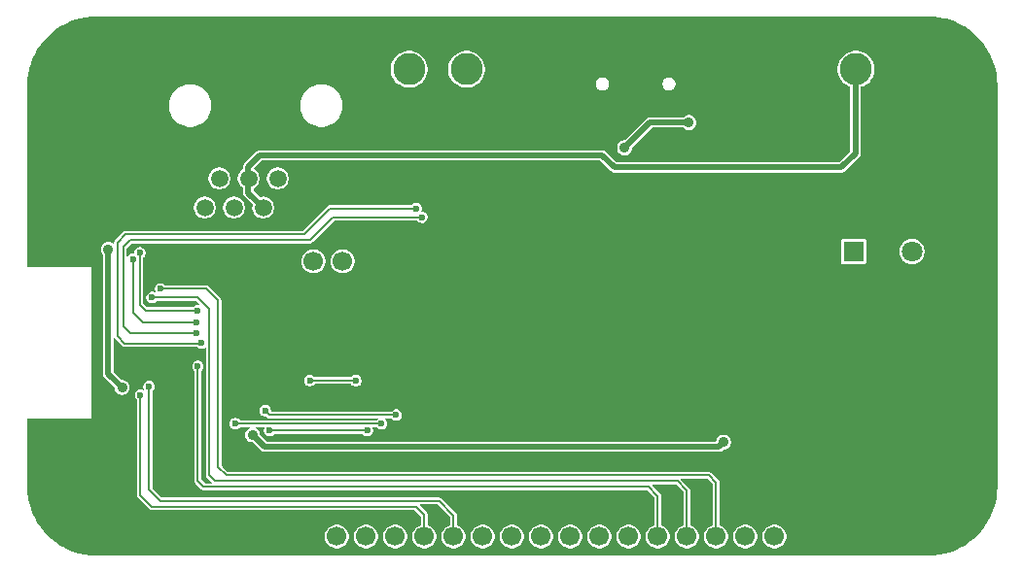
<source format=gbr>
%TF.GenerationSoftware,KiCad,Pcbnew,9.0.4*%
%TF.CreationDate,2025-09-15T20:13:30-04:00*%
%TF.ProjectId,HabitatCAN Dev Board (ESP32),48616269-7461-4744-9341-4e2044657620,4*%
%TF.SameCoordinates,Original*%
%TF.FileFunction,Copper,L2,Bot*%
%TF.FilePolarity,Positive*%
%FSLAX46Y46*%
G04 Gerber Fmt 4.6, Leading zero omitted, Abs format (unit mm)*
G04 Created by KiCad (PCBNEW 9.0.4) date 2025-09-15 20:13:30*
%MOMM*%
%LPD*%
G01*
G04 APERTURE LIST*
G04 Aperture macros list*
%AMRoundRect*
0 Rectangle with rounded corners*
0 $1 Rounding radius*
0 $2 $3 $4 $5 $6 $7 $8 $9 X,Y pos of 4 corners*
0 Add a 4 corners polygon primitive as box body*
4,1,4,$2,$3,$4,$5,$6,$7,$8,$9,$2,$3,0*
0 Add four circle primitives for the rounded corners*
1,1,$1+$1,$2,$3*
1,1,$1+$1,$4,$5*
1,1,$1+$1,$6,$7*
1,1,$1+$1,$8,$9*
0 Add four rect primitives between the rounded corners*
20,1,$1+$1,$2,$3,$4,$5,0*
20,1,$1+$1,$4,$5,$6,$7,0*
20,1,$1+$1,$6,$7,$8,$9,0*
20,1,$1+$1,$8,$9,$2,$3,0*%
G04 Aperture macros list end*
%TA.AperFunction,ComponentPad*%
%ADD10C,1.700000*%
%TD*%
%TA.AperFunction,ComponentPad*%
%ADD11C,0.800000*%
%TD*%
%TA.AperFunction,ComponentPad*%
%ADD12C,6.400000*%
%TD*%
%TA.AperFunction,ComponentPad*%
%ADD13RoundRect,0.250001X1.149999X1.149999X-1.149999X1.149999X-1.149999X-1.149999X1.149999X-1.149999X0*%
%TD*%
%TA.AperFunction,ComponentPad*%
%ADD14C,2.800000*%
%TD*%
%TA.AperFunction,ComponentPad*%
%ADD15R,1.800000X1.800000*%
%TD*%
%TA.AperFunction,ComponentPad*%
%ADD16C,1.800000*%
%TD*%
%TA.AperFunction,HeatsinkPad*%
%ADD17O,1.000000X2.100000*%
%TD*%
%TA.AperFunction,HeatsinkPad*%
%ADD18O,1.000000X1.800000*%
%TD*%
%TA.AperFunction,ComponentPad*%
%ADD19R,1.500000X1.500000*%
%TD*%
%TA.AperFunction,ComponentPad*%
%ADD20C,1.500000*%
%TD*%
%TA.AperFunction,ViaPad*%
%ADD21C,0.900000*%
%TD*%
%TA.AperFunction,ViaPad*%
%ADD22C,0.600000*%
%TD*%
%TA.AperFunction,Conductor*%
%ADD23C,0.500000*%
%TD*%
%TA.AperFunction,Conductor*%
%ADD24C,0.200000*%
%TD*%
G04 APERTURE END LIST*
D10*
%TO.P,J1,1,Pin_1*%
%TO.N,GND*%
X116560000Y-126345000D03*
%TO.P,J1,2,Pin_2*%
%TO.N,+3V3*%
X119100000Y-126345000D03*
%TO.P,J1,3,Pin_3*%
%TO.N,GPIO0*%
X121640000Y-126345000D03*
%TO.P,J1,4,Pin_4*%
%TO.N,GPIO1*%
X124180000Y-126345000D03*
%TO.P,J1,5,Pin_5*%
%TO.N,GPIO2*%
X126720000Y-126345000D03*
%TO.P,J1,6,Pin_6*%
%TO.N,GPIO3*%
X129260000Y-126345000D03*
%TO.P,J1,7,Pin_7*%
%TO.N,GPIO4*%
X131800000Y-126345000D03*
%TO.P,J1,8,Pin_8*%
%TO.N,GPIO5*%
X134340000Y-126345000D03*
%TO.P,J1,9,Pin_9*%
%TO.N,GPIO6*%
X136880000Y-126345000D03*
%TO.P,J1,10,Pin_10*%
%TO.N,GPIO7*%
X139420000Y-126345000D03*
%TO.P,J1,11,Pin_11*%
%TO.N,GPIO8*%
X141960000Y-126345000D03*
%TO.P,J1,12,Pin_12*%
%TO.N,GPIO9*%
X144500000Y-126345000D03*
%TO.P,J1,13,Pin_13*%
%TO.N,GPIO10*%
X147040000Y-126345000D03*
%TO.P,J1,14,Pin_14*%
%TO.N,S_TX*%
X149580000Y-126345000D03*
%TO.P,J1,15,Pin_15*%
%TO.N,S_RX*%
X152120000Y-126345000D03*
%TO.P,J1,16,Pin_16*%
%TO.N,EN*%
X154660000Y-126345000D03*
%TO.P,J1,17,Pin_17*%
%TO.N,+5V*%
X157200000Y-126345000D03*
%TO.P,J1,18,Pin_18*%
%TO.N,GND*%
X159740000Y-126345000D03*
%TD*%
D11*
%TO.P,H2,1,1*%
%TO.N,GND*%
X95745000Y-121997944D03*
X96447944Y-120300888D03*
X96447944Y-123695000D03*
X98145000Y-119597944D03*
D12*
X98145000Y-121997944D03*
D11*
X98145000Y-124397944D03*
X99842056Y-120300888D03*
X99842056Y-123695000D03*
X100545000Y-121997944D03*
%TD*%
D13*
%TO.P,J2,1,Pin_1*%
%TO.N,GND*%
X135400000Y-85600000D03*
D14*
%TO.P,J2,2,Pin_2*%
%TO.N,CAN_H*%
X130400000Y-85600000D03*
%TO.P,J2,3,Pin_3*%
%TO.N,CAN_L*%
X125400000Y-85600000D03*
%TD*%
D11*
%TO.P,H1,1,1*%
%TO.N,GND*%
X95745000Y-87147944D03*
X96447944Y-85450888D03*
X96447944Y-88845000D03*
X98145000Y-84747944D03*
D12*
X98145000Y-87147944D03*
D11*
X98145000Y-89547944D03*
X99842056Y-85450888D03*
X99842056Y-88845000D03*
X100545000Y-87147944D03*
%TD*%
D15*
%TO.P,U4,1,IN*%
%TO.N,+24V*%
X164092247Y-101500000D03*
D16*
%TO.P,U4,2,GND*%
%TO.N,GND*%
X166632247Y-101500000D03*
%TO.P,U4,3,OUT*%
%TO.N,Net-(D3-A)*%
X169172247Y-101500000D03*
%TD*%
D11*
%TO.P,H4,1,1*%
%TO.N,GND*%
X153150000Y-87147056D03*
X153852944Y-85450000D03*
X153852944Y-88844112D03*
X155550000Y-84747056D03*
D12*
X155550000Y-87147056D03*
D11*
X155550000Y-89547056D03*
X157247056Y-85450000D03*
X157247056Y-88844112D03*
X157950000Y-87147056D03*
%TD*%
D13*
%TO.P,J4,1,Pin_1*%
%TO.N,GND*%
X169300000Y-85600000D03*
D14*
%TO.P,J4,2,Pin_2*%
%TO.N,+24V*%
X164300000Y-85600000D03*
%TD*%
D10*
%TO.P,JP1,1,A*%
%TO.N,CAN_L*%
X119610444Y-102345000D03*
%TO.P,JP1,2,B*%
%TO.N,Net-(JP1-B)*%
X117070444Y-102345000D03*
%TD*%
D17*
%TO.P,J5,S1,SHIELD*%
%TO.N,GND*%
X149438220Y-87383102D03*
D18*
X149438220Y-83203102D03*
D17*
X140798220Y-87383102D03*
D18*
X140798220Y-83203102D03*
%TD*%
D11*
%TO.P,H3,1,1*%
%TO.N,GND*%
X168199758Y-121997944D03*
X168902702Y-120300888D03*
X168902702Y-123695000D03*
X170599758Y-119597944D03*
D12*
X170599758Y-121997944D03*
D11*
X170599758Y-124397944D03*
X172296814Y-120300888D03*
X172296814Y-123695000D03*
X172999758Y-121997944D03*
%TD*%
D19*
%TO.P,J3,1*%
%TO.N,GND*%
X116492944Y-95118412D03*
D20*
%TO.P,J3,2*%
X115222944Y-97658412D03*
%TO.P,J3,3*%
%TO.N,CAN_H*%
X113952944Y-95118412D03*
%TO.P,J3,4*%
%TO.N,+24V*%
X112682944Y-97658412D03*
%TO.P,J3,5*%
X111412944Y-95118412D03*
%TO.P,J3,6*%
%TO.N,CAN_L*%
X110142944Y-97658412D03*
%TO.P,J3,7*%
%TO.N,unconnected-(J3-Pad7)*%
X108872944Y-95118412D03*
%TO.P,J3,8*%
%TO.N,unconnected-(J3-Pad8)*%
X107602944Y-97658412D03*
%TD*%
D21*
%TO.N,+3V3*%
X99200000Y-101300000D03*
X100400000Y-113350000D03*
D22*
%TO.N,GPIO6*%
X106850000Y-107650000D03*
X101350000Y-102150000D03*
%TO.N,GPIO7*%
X107000000Y-106650000D03*
X101950000Y-101600000D03*
%TO.N,GND*%
X121920000Y-95885000D03*
X121920000Y-99695000D03*
X120967500Y-89535000D03*
X115570000Y-85407500D03*
X118500000Y-117750000D03*
X120967500Y-85407500D03*
%TO.N,EN*%
X123000000Y-116500000D03*
X110250000Y-116500000D03*
D21*
%TO.N,+3V3*%
X111760000Y-117475000D03*
X152760719Y-118110000D03*
D22*
%TO.N,GPIO4*%
X107327853Y-109479737D03*
X126000000Y-97750000D03*
%TO.N,GPIO3*%
X102750000Y-113250000D03*
%TO.N,S_TX*%
X103000000Y-105500000D03*
%TO.N,GPIO8*%
X116750000Y-112750000D03*
X113250000Y-117100000D03*
X121750000Y-117100000D03*
X120750000Y-112750000D03*
%TO.N,GPIO5*%
X106890014Y-108640014D03*
X126500000Y-98500000D03*
%TO.N,GPIO2*%
X102000000Y-114000000D03*
%TO.N,GPIO10*%
X107000000Y-111500000D03*
%TO.N,S_RX*%
X103750000Y-104750000D03*
%TO.N,GPIO0*%
X124250000Y-115750000D03*
X112875000Y-115375000D03*
D21*
%TO.N,/USB C Connector/USB_PWR*%
X149749987Y-90250002D03*
X144150000Y-92450000D03*
%TD*%
D23*
%TO.N,+3V3*%
X99200000Y-112150000D02*
X99200000Y-101300000D01*
X100400000Y-113350000D02*
X99200000Y-112150000D01*
D24*
%TO.N,GPIO6*%
X102250000Y-107700000D02*
X101350000Y-106800000D01*
X101350000Y-105700000D02*
X101350000Y-102150000D01*
X106850000Y-107650000D02*
X106800000Y-107700000D01*
X106800000Y-107700000D02*
X102250000Y-107700000D01*
X101350000Y-106800000D02*
X101350000Y-105700000D01*
%TO.N,GPIO7*%
X107000000Y-106650000D02*
X102450000Y-106650000D01*
X101950000Y-106150000D02*
X101950000Y-101600000D01*
X102450000Y-106650000D02*
X101950000Y-106150000D01*
%TO.N,EN*%
X110250000Y-116500000D02*
X123000000Y-116500000D01*
D23*
%TO.N,+3V3*%
X152760719Y-118110000D02*
X152369719Y-118501005D01*
X112786000Y-118500999D02*
X152369719Y-118501005D01*
X111760000Y-117475000D02*
X112786000Y-118500999D01*
%TO.N,+24V*%
X163050000Y-94150000D02*
X164250000Y-92950000D01*
X143250000Y-94150000D02*
X163050000Y-94150000D01*
X111400000Y-94100000D02*
X112400000Y-93100000D01*
X111400000Y-95131356D02*
X111412944Y-95118412D01*
X111400000Y-96375468D02*
X111400000Y-95131356D01*
X112400000Y-93100000D02*
X142200000Y-93100000D01*
X112682944Y-97658412D02*
X111400000Y-96375468D01*
X111412944Y-95118412D02*
X111400000Y-95105468D01*
X164250000Y-92950000D02*
X164250000Y-85595000D01*
X111400000Y-95105468D02*
X111400000Y-94100000D01*
X142200000Y-93100000D02*
X143250000Y-94150000D01*
D24*
%TO.N,GPIO4*%
X118500003Y-97750007D02*
X116249996Y-99999995D01*
X100600000Y-109500000D02*
X100600001Y-109499999D01*
X100700000Y-100000000D02*
X100000002Y-100699998D01*
X116249996Y-99999995D02*
X102499998Y-99999996D01*
X100000002Y-100699998D02*
X100000002Y-108900002D01*
X102499994Y-100000000D02*
X100700000Y-100000000D01*
X107307587Y-109499995D02*
X107312649Y-109494924D01*
X100000002Y-108900002D02*
X100600000Y-109500000D01*
X107312649Y-109494924D02*
X107327853Y-109479737D01*
X126000000Y-97750000D02*
X118500003Y-97750007D01*
X102499998Y-99999996D02*
X102499994Y-100000000D01*
X107286099Y-109499999D02*
X107307587Y-109499995D01*
X100600001Y-109499999D02*
X107286099Y-109499999D01*
%TO.N,GPIO3*%
X129260016Y-124509993D02*
X128000003Y-123249988D01*
X103749999Y-123250000D02*
X128000003Y-123249988D01*
X129260016Y-124509993D02*
X129260000Y-126345000D01*
X102749996Y-122250001D02*
X103749999Y-123250000D01*
X102750000Y-113250000D02*
X102749996Y-122250001D01*
%TO.N,S_TX*%
X103000000Y-105500000D02*
X106999998Y-105500001D01*
X106999998Y-105500001D02*
X107999998Y-106500000D01*
X148749999Y-121499999D02*
X149579999Y-122330000D01*
X149579999Y-122330000D02*
X149580000Y-126345000D01*
X108499995Y-121500011D02*
X148749999Y-121499999D01*
X107999958Y-121000016D02*
X108499995Y-121500011D01*
X107999998Y-106500000D02*
X107999958Y-121000016D01*
%TO.N,GPIO8*%
X121750000Y-117100000D02*
X113250000Y-117100000D01*
X120750000Y-112750000D02*
X116750000Y-112750000D01*
%TO.N,GPIO5*%
X106890014Y-108640014D02*
X101090014Y-108640014D01*
X116750001Y-100500005D02*
X118749996Y-98499991D01*
X100500002Y-101099998D02*
X101100000Y-100500000D01*
X101100000Y-100500000D02*
X102999994Y-100500000D01*
X100500002Y-108050002D02*
X100500002Y-101099998D01*
X118749996Y-98499991D02*
X126500000Y-98500000D01*
X102999998Y-100499996D02*
X116750001Y-100500005D01*
X102999994Y-100500000D02*
X102999998Y-100499996D01*
X101090014Y-108640014D02*
X100500002Y-108050002D01*
%TO.N,GPIO2*%
X101999996Y-122750001D02*
X102000000Y-114000000D01*
X126000002Y-123749992D02*
X102999999Y-123750000D01*
X126000002Y-123749992D02*
X126719998Y-124470000D01*
X102999999Y-123750000D02*
X101999996Y-122750001D01*
X126719998Y-124470000D02*
X126720000Y-126345000D01*
%TO.N,GPIO10*%
X107000000Y-111500000D02*
X106999958Y-121500016D01*
X146250001Y-121999993D02*
X147039999Y-122790000D01*
X146250001Y-121999993D02*
X107499995Y-122000011D01*
X147039999Y-122790000D02*
X147040000Y-126345000D01*
X106999958Y-121500016D02*
X107499995Y-122000011D01*
%TO.N,S_RX*%
X151500000Y-120999996D02*
X152119999Y-121620000D01*
X108749998Y-105750000D02*
X107749998Y-104750001D01*
X109500009Y-120999976D02*
X151500000Y-120999996D01*
X108749998Y-105750000D02*
X108749976Y-120250008D01*
X152119999Y-121620000D02*
X152120000Y-126345000D01*
X107749998Y-104750001D02*
X103750000Y-104750000D01*
X108749976Y-120250008D02*
X109500009Y-120999976D01*
%TO.N,GPIO0*%
X112875000Y-115375000D02*
X113250000Y-115750000D01*
X113250000Y-115750000D02*
X124250000Y-115750000D01*
D23*
%TO.N,/USB C Connector/USB_PWR*%
X146350000Y-90250000D02*
X149749985Y-90250000D01*
X144150000Y-92450000D02*
X146350000Y-90250000D01*
X149749985Y-90250000D02*
X149749987Y-90250002D01*
%TD*%
%TA.AperFunction,Conductor*%
%TO.N,GND*%
G36*
X170533860Y-80998443D02*
G01*
X170533861Y-80998444D01*
X170598798Y-80998444D01*
X170600720Y-80998481D01*
X171068553Y-81016866D01*
X171072372Y-81017167D01*
X171536389Y-81072091D01*
X171540150Y-81072687D01*
X171919666Y-81148180D01*
X171998414Y-81163845D01*
X172002155Y-81164743D01*
X172118991Y-81197694D01*
X172451859Y-81291575D01*
X172455488Y-81292754D01*
X172893843Y-81454474D01*
X172897397Y-81455946D01*
X173321715Y-81651561D01*
X173325133Y-81653302D01*
X173713979Y-81871068D01*
X173732794Y-81881605D01*
X173736072Y-81883613D01*
X174124570Y-82143202D01*
X174127665Y-82145450D01*
X174228133Y-82224653D01*
X174494591Y-82434713D01*
X174497516Y-82437211D01*
X174644573Y-82573149D01*
X174840625Y-82754378D01*
X174843319Y-82757072D01*
X175070519Y-83002855D01*
X175160489Y-83100184D01*
X175162987Y-83103109D01*
X175452243Y-83470027D01*
X175454500Y-83473133D01*
X175714079Y-83861618D01*
X175714089Y-83861632D01*
X175716099Y-83864913D01*
X175944388Y-84272553D01*
X175946135Y-84275980D01*
X176141753Y-84700303D01*
X176143225Y-84703858D01*
X176304940Y-85142198D01*
X176306129Y-85145857D01*
X176432956Y-85595546D01*
X176433854Y-85599287D01*
X176525009Y-86057532D01*
X176525611Y-86061332D01*
X176580531Y-86525321D01*
X176580833Y-86529157D01*
X176599220Y-86997030D01*
X176599258Y-86998954D01*
X176599258Y-121996987D01*
X176599220Y-121998911D01*
X176580838Y-122466737D01*
X176580536Y-122470572D01*
X176525620Y-122934561D01*
X176525018Y-122938361D01*
X176433867Y-123396605D01*
X176432969Y-123400347D01*
X176306143Y-123850039D01*
X176304954Y-123853698D01*
X176143238Y-124292045D01*
X176141766Y-124295599D01*
X175946155Y-124719915D01*
X175944408Y-124723344D01*
X175716115Y-125130989D01*
X175714105Y-125134269D01*
X175454527Y-125522755D01*
X175452266Y-125525868D01*
X175162999Y-125892802D01*
X175160500Y-125895727D01*
X174843351Y-126238817D01*
X174840630Y-126241538D01*
X174497540Y-126558687D01*
X174494615Y-126561186D01*
X174127681Y-126850454D01*
X174124568Y-126852715D01*
X173736082Y-127112293D01*
X173732802Y-127114303D01*
X173325157Y-127342596D01*
X173321728Y-127344343D01*
X172897413Y-127539955D01*
X172893859Y-127541427D01*
X172455512Y-127703143D01*
X172451853Y-127704332D01*
X172002161Y-127831158D01*
X171998419Y-127832056D01*
X171540175Y-127923207D01*
X171536375Y-127923809D01*
X171072386Y-127978726D01*
X171068551Y-127979028D01*
X170600826Y-127997406D01*
X170598902Y-127997444D01*
X98145957Y-127997444D01*
X98144033Y-127997406D01*
X97676207Y-127979025D01*
X97672372Y-127978723D01*
X97208385Y-127923806D01*
X97204587Y-127923204D01*
X97068532Y-127896141D01*
X96746342Y-127832053D01*
X96742601Y-127831155D01*
X96292911Y-127704329D01*
X96289252Y-127703140D01*
X95850907Y-127541425D01*
X95847353Y-127539953D01*
X95539303Y-127397939D01*
X95423041Y-127344341D01*
X95419622Y-127342599D01*
X95030776Y-127124833D01*
X95011963Y-127114297D01*
X95008683Y-127112287D01*
X94816262Y-126983715D01*
X94620192Y-126852704D01*
X94617084Y-126850446D01*
X94607126Y-126842596D01*
X94504461Y-126761660D01*
X94250168Y-126561190D01*
X94247243Y-126558692D01*
X93940468Y-126275110D01*
X93904148Y-126241536D01*
X93904147Y-126241535D01*
X118049500Y-126241535D01*
X118049500Y-126448465D01*
X118089870Y-126651420D01*
X118169059Y-126842598D01*
X118284023Y-127014655D01*
X118430345Y-127160977D01*
X118602402Y-127275941D01*
X118793580Y-127355130D01*
X118996535Y-127395500D01*
X118996538Y-127395500D01*
X119203462Y-127395500D01*
X119203465Y-127395500D01*
X119406420Y-127355130D01*
X119597598Y-127275941D01*
X119769655Y-127160977D01*
X119915977Y-127014655D01*
X120030941Y-126842598D01*
X120110130Y-126651420D01*
X120150500Y-126448465D01*
X120150500Y-126241535D01*
X120589500Y-126241535D01*
X120589500Y-126448465D01*
X120629870Y-126651420D01*
X120709059Y-126842598D01*
X120824023Y-127014655D01*
X120970345Y-127160977D01*
X121142402Y-127275941D01*
X121333580Y-127355130D01*
X121536535Y-127395500D01*
X121536538Y-127395500D01*
X121743462Y-127395500D01*
X121743465Y-127395500D01*
X121946420Y-127355130D01*
X122137598Y-127275941D01*
X122309655Y-127160977D01*
X122455977Y-127014655D01*
X122570941Y-126842598D01*
X122650130Y-126651420D01*
X122690500Y-126448465D01*
X122690500Y-126241535D01*
X123129500Y-126241535D01*
X123129500Y-126448465D01*
X123169870Y-126651420D01*
X123249059Y-126842598D01*
X123364023Y-127014655D01*
X123510345Y-127160977D01*
X123682402Y-127275941D01*
X123873580Y-127355130D01*
X124076535Y-127395500D01*
X124076538Y-127395500D01*
X124283462Y-127395500D01*
X124283465Y-127395500D01*
X124486420Y-127355130D01*
X124677598Y-127275941D01*
X124849655Y-127160977D01*
X124995977Y-127014655D01*
X125110941Y-126842598D01*
X125190130Y-126651420D01*
X125230500Y-126448465D01*
X125230500Y-126241535D01*
X125190130Y-126038580D01*
X125110941Y-125847402D01*
X124995977Y-125675345D01*
X124849655Y-125529023D01*
X124844933Y-125525868D01*
X124764207Y-125471929D01*
X124677598Y-125414059D01*
X124677596Y-125414058D01*
X124486423Y-125334871D01*
X124486417Y-125334869D01*
X124403755Y-125318427D01*
X124283465Y-125294500D01*
X124076535Y-125294500D01*
X123975520Y-125314592D01*
X123873582Y-125334869D01*
X123873576Y-125334871D01*
X123682403Y-125414058D01*
X123510345Y-125529022D01*
X123364022Y-125675345D01*
X123249058Y-125847403D01*
X123169871Y-126038576D01*
X123169869Y-126038582D01*
X123139523Y-126191142D01*
X123129500Y-126241535D01*
X122690500Y-126241535D01*
X122650130Y-126038580D01*
X122570941Y-125847402D01*
X122455977Y-125675345D01*
X122309655Y-125529023D01*
X122304933Y-125525868D01*
X122224207Y-125471929D01*
X122137598Y-125414059D01*
X122137596Y-125414058D01*
X121946423Y-125334871D01*
X121946417Y-125334869D01*
X121863755Y-125318427D01*
X121743465Y-125294500D01*
X121536535Y-125294500D01*
X121435520Y-125314592D01*
X121333582Y-125334869D01*
X121333576Y-125334871D01*
X121142403Y-125414058D01*
X120970345Y-125529022D01*
X120824022Y-125675345D01*
X120709058Y-125847403D01*
X120629871Y-126038576D01*
X120629869Y-126038582D01*
X120599523Y-126191142D01*
X120589500Y-126241535D01*
X120150500Y-126241535D01*
X120110130Y-126038580D01*
X120030941Y-125847402D01*
X119915977Y-125675345D01*
X119769655Y-125529023D01*
X119764933Y-125525868D01*
X119684207Y-125471929D01*
X119597598Y-125414059D01*
X119597596Y-125414058D01*
X119406423Y-125334871D01*
X119406417Y-125334869D01*
X119323755Y-125318427D01*
X119203465Y-125294500D01*
X118996535Y-125294500D01*
X118895520Y-125314592D01*
X118793582Y-125334869D01*
X118793576Y-125334871D01*
X118602403Y-125414058D01*
X118430345Y-125529022D01*
X118284022Y-125675345D01*
X118169058Y-125847403D01*
X118089871Y-126038576D01*
X118089869Y-126038582D01*
X118059523Y-126191142D01*
X118049500Y-126241535D01*
X93904147Y-126241535D01*
X93901427Y-126238815D01*
X93674225Y-125993027D01*
X93584273Y-125895716D01*
X93581776Y-125892793D01*
X93292521Y-125525871D01*
X93290260Y-125522759D01*
X93290257Y-125522755D01*
X93030682Y-125134267D01*
X93028672Y-125130986D01*
X92800384Y-124723344D01*
X92800376Y-124723330D01*
X92798636Y-124719915D01*
X92603020Y-124295583D01*
X92601555Y-124292045D01*
X92439838Y-123853683D01*
X92438659Y-123850055D01*
X92311832Y-123400347D01*
X92310937Y-123396622D01*
X92233942Y-123009527D01*
X92219783Y-122938342D01*
X92219184Y-122934551D01*
X92216807Y-122914470D01*
X92164271Y-122470564D01*
X92163970Y-122466739D01*
X92163488Y-122454470D01*
X92155083Y-122240473D01*
X92145538Y-121997475D01*
X92145500Y-121995552D01*
X92145501Y-121932056D01*
X92145500Y-121932052D01*
X92145500Y-116088083D01*
X92159852Y-116053435D01*
X92194500Y-116039083D01*
X92328787Y-116039083D01*
X92331001Y-116040000D01*
X92350000Y-116040000D01*
X97750000Y-116040000D01*
X97750000Y-102840000D01*
X92920701Y-102840000D01*
X92919723Y-102839595D01*
X92900000Y-102839595D01*
X92194500Y-102839595D01*
X92159852Y-102825243D01*
X92145500Y-102790595D01*
X92145500Y-101235927D01*
X98549500Y-101235927D01*
X98549500Y-101364072D01*
X98574497Y-101489737D01*
X98574498Y-101489742D01*
X98623534Y-101608125D01*
X98694723Y-101714668D01*
X98735148Y-101755093D01*
X98749500Y-101789741D01*
X98749500Y-112209309D01*
X98769408Y-112283608D01*
X98773713Y-112299672D01*
X98773713Y-112299673D01*
X98780200Y-112323886D01*
X98780201Y-112323888D01*
X98839511Y-112426614D01*
X99735148Y-113322251D01*
X99749500Y-113356899D01*
X99749500Y-113414072D01*
X99774497Y-113539737D01*
X99774498Y-113539742D01*
X99787275Y-113570587D01*
X99823535Y-113658127D01*
X99894724Y-113764669D01*
X99985331Y-113855276D01*
X100091873Y-113926465D01*
X100210256Y-113975501D01*
X100335931Y-114000500D01*
X100464069Y-114000500D01*
X100589744Y-113975501D01*
X100689685Y-113934104D01*
X101499500Y-113934104D01*
X101499500Y-114065895D01*
X101533607Y-114193184D01*
X101533608Y-114193188D01*
X101599500Y-114307314D01*
X101599501Y-114307315D01*
X101685146Y-114392961D01*
X101699498Y-114427609D01*
X101699496Y-122710439D01*
X101699496Y-122789565D01*
X101719973Y-122865985D01*
X101719974Y-122865987D01*
X101719975Y-122865990D01*
X101737986Y-122897187D01*
X101759533Y-122934509D01*
X101759535Y-122934511D01*
X101759536Y-122934513D01*
X102815488Y-123990461D01*
X102884011Y-124030022D01*
X102884013Y-124030022D01*
X102884014Y-124030023D01*
X102939949Y-124045010D01*
X102939954Y-124045010D01*
X102939959Y-124045012D01*
X102957349Y-124049672D01*
X102963408Y-124051730D01*
X102963445Y-124051745D01*
X102966669Y-124052170D01*
X102969731Y-124052990D01*
X102977070Y-124050500D01*
X103059847Y-124050500D01*
X103059853Y-124050498D01*
X125855231Y-124050492D01*
X125889879Y-124064844D01*
X126405146Y-124580118D01*
X126419498Y-124614766D01*
X126419498Y-125299677D01*
X126405146Y-125334325D01*
X126389250Y-125344947D01*
X126222403Y-125414058D01*
X126050345Y-125529022D01*
X125904022Y-125675345D01*
X125789058Y-125847403D01*
X125709871Y-126038576D01*
X125709869Y-126038582D01*
X125679523Y-126191142D01*
X125669500Y-126241535D01*
X125669500Y-126448465D01*
X125709870Y-126651420D01*
X125789059Y-126842598D01*
X125904023Y-127014655D01*
X126050345Y-127160977D01*
X126222402Y-127275941D01*
X126413580Y-127355130D01*
X126616535Y-127395500D01*
X126616538Y-127395500D01*
X126823462Y-127395500D01*
X126823465Y-127395500D01*
X127026420Y-127355130D01*
X127217598Y-127275941D01*
X127389655Y-127160977D01*
X127535977Y-127014655D01*
X127650941Y-126842598D01*
X127730130Y-126651420D01*
X127770500Y-126448465D01*
X127770500Y-126241535D01*
X127730130Y-126038580D01*
X127650941Y-125847402D01*
X127535977Y-125675345D01*
X127389655Y-125529023D01*
X127384933Y-125525868D01*
X127304207Y-125471929D01*
X127217598Y-125414059D01*
X127217596Y-125414058D01*
X127050746Y-125344946D01*
X127024228Y-125318427D01*
X127020498Y-125299676D01*
X127020498Y-124430436D01*
X127015616Y-124412220D01*
X127010735Y-124394002D01*
X127010735Y-124394001D01*
X127010735Y-124394000D01*
X127005378Y-124374008D01*
X127000021Y-124354014D01*
X126960460Y-124285491D01*
X126309115Y-123634135D01*
X126294765Y-123599488D01*
X126309117Y-123564839D01*
X126343765Y-123550488D01*
X127855235Y-123550488D01*
X127889883Y-123564840D01*
X128880313Y-124555263D01*
X128945161Y-124620110D01*
X128959513Y-124654758D01*
X128959508Y-125299673D01*
X128945156Y-125334322D01*
X128929260Y-125344943D01*
X128762403Y-125414058D01*
X128590345Y-125529022D01*
X128444022Y-125675345D01*
X128329058Y-125847403D01*
X128249871Y-126038576D01*
X128249869Y-126038582D01*
X128219523Y-126191142D01*
X128209500Y-126241535D01*
X128209500Y-126448465D01*
X128249870Y-126651420D01*
X128329059Y-126842598D01*
X128444023Y-127014655D01*
X128590345Y-127160977D01*
X128762402Y-127275941D01*
X128953580Y-127355130D01*
X129156535Y-127395500D01*
X129156538Y-127395500D01*
X129363462Y-127395500D01*
X129363465Y-127395500D01*
X129566420Y-127355130D01*
X129757598Y-127275941D01*
X129929655Y-127160977D01*
X130075977Y-127014655D01*
X130190941Y-126842598D01*
X130270130Y-126651420D01*
X130310500Y-126448465D01*
X130310500Y-126241535D01*
X130749500Y-126241535D01*
X130749500Y-126448465D01*
X130789870Y-126651420D01*
X130869059Y-126842598D01*
X130984023Y-127014655D01*
X131130345Y-127160977D01*
X131302402Y-127275941D01*
X131493580Y-127355130D01*
X131696535Y-127395500D01*
X131696538Y-127395500D01*
X131903462Y-127395500D01*
X131903465Y-127395500D01*
X132106420Y-127355130D01*
X132297598Y-127275941D01*
X132469655Y-127160977D01*
X132615977Y-127014655D01*
X132730941Y-126842598D01*
X132810130Y-126651420D01*
X132850500Y-126448465D01*
X132850500Y-126241535D01*
X133289500Y-126241535D01*
X133289500Y-126448465D01*
X133329870Y-126651420D01*
X133409059Y-126842598D01*
X133524023Y-127014655D01*
X133670345Y-127160977D01*
X133842402Y-127275941D01*
X134033580Y-127355130D01*
X134236535Y-127395500D01*
X134236538Y-127395500D01*
X134443462Y-127395500D01*
X134443465Y-127395500D01*
X134646420Y-127355130D01*
X134837598Y-127275941D01*
X135009655Y-127160977D01*
X135155977Y-127014655D01*
X135270941Y-126842598D01*
X135350130Y-126651420D01*
X135390500Y-126448465D01*
X135390500Y-126241535D01*
X135829500Y-126241535D01*
X135829500Y-126448465D01*
X135869870Y-126651420D01*
X135949059Y-126842598D01*
X136064023Y-127014655D01*
X136210345Y-127160977D01*
X136382402Y-127275941D01*
X136573580Y-127355130D01*
X136776535Y-127395500D01*
X136776538Y-127395500D01*
X136983462Y-127395500D01*
X136983465Y-127395500D01*
X137186420Y-127355130D01*
X137377598Y-127275941D01*
X137549655Y-127160977D01*
X137695977Y-127014655D01*
X137810941Y-126842598D01*
X137890130Y-126651420D01*
X137930500Y-126448465D01*
X137930500Y-126241535D01*
X138369500Y-126241535D01*
X138369500Y-126448465D01*
X138409870Y-126651420D01*
X138489059Y-126842598D01*
X138604023Y-127014655D01*
X138750345Y-127160977D01*
X138922402Y-127275941D01*
X139113580Y-127355130D01*
X139316535Y-127395500D01*
X139316538Y-127395500D01*
X139523462Y-127395500D01*
X139523465Y-127395500D01*
X139726420Y-127355130D01*
X139917598Y-127275941D01*
X140089655Y-127160977D01*
X140235977Y-127014655D01*
X140350941Y-126842598D01*
X140430130Y-126651420D01*
X140470500Y-126448465D01*
X140470500Y-126241535D01*
X140909500Y-126241535D01*
X140909500Y-126448465D01*
X140949870Y-126651420D01*
X141029059Y-126842598D01*
X141144023Y-127014655D01*
X141290345Y-127160977D01*
X141462402Y-127275941D01*
X141653580Y-127355130D01*
X141856535Y-127395500D01*
X141856538Y-127395500D01*
X142063462Y-127395500D01*
X142063465Y-127395500D01*
X142266420Y-127355130D01*
X142457598Y-127275941D01*
X142629655Y-127160977D01*
X142775977Y-127014655D01*
X142890941Y-126842598D01*
X142970130Y-126651420D01*
X143010500Y-126448465D01*
X143010500Y-126241535D01*
X143449500Y-126241535D01*
X143449500Y-126448465D01*
X143489870Y-126651420D01*
X143569059Y-126842598D01*
X143684023Y-127014655D01*
X143830345Y-127160977D01*
X144002402Y-127275941D01*
X144193580Y-127355130D01*
X144396535Y-127395500D01*
X144396538Y-127395500D01*
X144603462Y-127395500D01*
X144603465Y-127395500D01*
X144806420Y-127355130D01*
X144997598Y-127275941D01*
X145169655Y-127160977D01*
X145315977Y-127014655D01*
X145430941Y-126842598D01*
X145510130Y-126651420D01*
X145550500Y-126448465D01*
X145550500Y-126241535D01*
X145510130Y-126038580D01*
X145430941Y-125847402D01*
X145315977Y-125675345D01*
X145169655Y-125529023D01*
X145164933Y-125525868D01*
X145084207Y-125471929D01*
X144997598Y-125414059D01*
X144997596Y-125414058D01*
X144806423Y-125334871D01*
X144806417Y-125334869D01*
X144723755Y-125318427D01*
X144603465Y-125294500D01*
X144396535Y-125294500D01*
X144295520Y-125314592D01*
X144193582Y-125334869D01*
X144193576Y-125334871D01*
X144002403Y-125414058D01*
X143830345Y-125529022D01*
X143684022Y-125675345D01*
X143569058Y-125847403D01*
X143489871Y-126038576D01*
X143489869Y-126038582D01*
X143459523Y-126191142D01*
X143449500Y-126241535D01*
X143010500Y-126241535D01*
X142970130Y-126038580D01*
X142890941Y-125847402D01*
X142775977Y-125675345D01*
X142629655Y-125529023D01*
X142624933Y-125525868D01*
X142544207Y-125471929D01*
X142457598Y-125414059D01*
X142457596Y-125414058D01*
X142266423Y-125334871D01*
X142266417Y-125334869D01*
X142183755Y-125318427D01*
X142063465Y-125294500D01*
X141856535Y-125294500D01*
X141755520Y-125314592D01*
X141653582Y-125334869D01*
X141653576Y-125334871D01*
X141462403Y-125414058D01*
X141290345Y-125529022D01*
X141144022Y-125675345D01*
X141029058Y-125847403D01*
X140949871Y-126038576D01*
X140949869Y-126038582D01*
X140919523Y-126191142D01*
X140909500Y-126241535D01*
X140470500Y-126241535D01*
X140430130Y-126038580D01*
X140350941Y-125847402D01*
X140235977Y-125675345D01*
X140089655Y-125529023D01*
X140084933Y-125525868D01*
X140004207Y-125471929D01*
X139917598Y-125414059D01*
X139917596Y-125414058D01*
X139726423Y-125334871D01*
X139726417Y-125334869D01*
X139643755Y-125318427D01*
X139523465Y-125294500D01*
X139316535Y-125294500D01*
X139215520Y-125314592D01*
X139113582Y-125334869D01*
X139113576Y-125334871D01*
X138922403Y-125414058D01*
X138750345Y-125529022D01*
X138604022Y-125675345D01*
X138489058Y-125847403D01*
X138409871Y-126038576D01*
X138409869Y-126038582D01*
X138379523Y-126191142D01*
X138369500Y-126241535D01*
X137930500Y-126241535D01*
X137890130Y-126038580D01*
X137810941Y-125847402D01*
X137695977Y-125675345D01*
X137549655Y-125529023D01*
X137544933Y-125525868D01*
X137464207Y-125471929D01*
X137377598Y-125414059D01*
X137377596Y-125414058D01*
X137186423Y-125334871D01*
X137186417Y-125334869D01*
X137103755Y-125318427D01*
X136983465Y-125294500D01*
X136776535Y-125294500D01*
X136675520Y-125314592D01*
X136573582Y-125334869D01*
X136573576Y-125334871D01*
X136382403Y-125414058D01*
X136210345Y-125529022D01*
X136064022Y-125675345D01*
X135949058Y-125847403D01*
X135869871Y-126038576D01*
X135869869Y-126038582D01*
X135839523Y-126191142D01*
X135829500Y-126241535D01*
X135390500Y-126241535D01*
X135350130Y-126038580D01*
X135270941Y-125847402D01*
X135155977Y-125675345D01*
X135009655Y-125529023D01*
X135004933Y-125525868D01*
X134924207Y-125471929D01*
X134837598Y-125414059D01*
X134837596Y-125414058D01*
X134646423Y-125334871D01*
X134646417Y-125334869D01*
X134563755Y-125318427D01*
X134443465Y-125294500D01*
X134236535Y-125294500D01*
X134135520Y-125314592D01*
X134033582Y-125334869D01*
X134033576Y-125334871D01*
X133842403Y-125414058D01*
X133670345Y-125529022D01*
X133524022Y-125675345D01*
X133409058Y-125847403D01*
X133329871Y-126038576D01*
X133329869Y-126038582D01*
X133299523Y-126191142D01*
X133289500Y-126241535D01*
X132850500Y-126241535D01*
X132810130Y-126038580D01*
X132730941Y-125847402D01*
X132615977Y-125675345D01*
X132469655Y-125529023D01*
X132464933Y-125525868D01*
X132384207Y-125471929D01*
X132297598Y-125414059D01*
X132297596Y-125414058D01*
X132106423Y-125334871D01*
X132106417Y-125334869D01*
X132023755Y-125318427D01*
X131903465Y-125294500D01*
X131696535Y-125294500D01*
X131595520Y-125314592D01*
X131493582Y-125334869D01*
X131493576Y-125334871D01*
X131302403Y-125414058D01*
X131130345Y-125529022D01*
X130984022Y-125675345D01*
X130869058Y-125847403D01*
X130789871Y-126038576D01*
X130789869Y-126038582D01*
X130759523Y-126191142D01*
X130749500Y-126241535D01*
X130310500Y-126241535D01*
X130270130Y-126038580D01*
X130190941Y-125847402D01*
X130075977Y-125675345D01*
X129929655Y-125529023D01*
X129924933Y-125525868D01*
X129844207Y-125471929D01*
X129757598Y-125414059D01*
X129757596Y-125414058D01*
X129590756Y-125344950D01*
X129564238Y-125318431D01*
X129560508Y-125299680D01*
X129560508Y-125294500D01*
X129560514Y-124555258D01*
X129560516Y-124555254D01*
X129560516Y-124470428D01*
X129540037Y-124394003D01*
X129540036Y-124394001D01*
X129516949Y-124354014D01*
X129516948Y-124354013D01*
X129501193Y-124326723D01*
X129500619Y-124325655D01*
X129500527Y-124325532D01*
X128184515Y-123009529D01*
X128184509Y-123009524D01*
X128147187Y-122987977D01*
X128115990Y-122969966D01*
X128115987Y-122969965D01*
X128115985Y-122969964D01*
X128067538Y-122956983D01*
X128058213Y-122954484D01*
X128039567Y-122949488D01*
X128039565Y-122949488D01*
X128039564Y-122949488D01*
X127960440Y-122949488D01*
X127960439Y-122949488D01*
X103894764Y-122949498D01*
X103860116Y-122935146D01*
X103064848Y-122139879D01*
X103050496Y-122105231D01*
X103050496Y-120719955D01*
X103050498Y-113677608D01*
X103064849Y-113642964D01*
X103150500Y-113557314D01*
X103216392Y-113443186D01*
X103250499Y-113315895D01*
X103250500Y-113315895D01*
X103250500Y-113184105D01*
X103250499Y-113184104D01*
X103216392Y-113056815D01*
X103216391Y-113056811D01*
X103174617Y-112984457D01*
X103150500Y-112942686D01*
X103057314Y-112849500D01*
X103049040Y-112844723D01*
X102943188Y-112783608D01*
X102943184Y-112783607D01*
X102815895Y-112749500D01*
X102815892Y-112749500D01*
X102684108Y-112749500D01*
X102684105Y-112749500D01*
X102556815Y-112783607D01*
X102556811Y-112783608D01*
X102442685Y-112849500D01*
X102442685Y-112849501D01*
X102349501Y-112942685D01*
X102349500Y-112942685D01*
X102283608Y-113056811D01*
X102283607Y-113056815D01*
X102249500Y-113184104D01*
X102249500Y-113315895D01*
X102283607Y-113443184D01*
X102283608Y-113443188D01*
X102315692Y-113498757D01*
X102320587Y-113535939D01*
X102297757Y-113565692D01*
X102260575Y-113570587D01*
X102248757Y-113565692D01*
X102193188Y-113533608D01*
X102193184Y-113533607D01*
X102065895Y-113499500D01*
X102065892Y-113499500D01*
X101934108Y-113499500D01*
X101934105Y-113499500D01*
X101806815Y-113533607D01*
X101806811Y-113533608D01*
X101692685Y-113599500D01*
X101692685Y-113599501D01*
X101599501Y-113692685D01*
X101599500Y-113692685D01*
X101533608Y-113806811D01*
X101533607Y-113806815D01*
X101499500Y-113934104D01*
X100689685Y-113934104D01*
X100708127Y-113926465D01*
X100814669Y-113855276D01*
X100905276Y-113764669D01*
X100976465Y-113658127D01*
X101025501Y-113539744D01*
X101050500Y-113414069D01*
X101050500Y-113285931D01*
X101025501Y-113160256D01*
X100976465Y-113041873D01*
X100905276Y-112935331D01*
X100814669Y-112844724D01*
X100708127Y-112773535D01*
X100589744Y-112724499D01*
X100589742Y-112724498D01*
X100589737Y-112724497D01*
X100464072Y-112699500D01*
X100464069Y-112699500D01*
X100406899Y-112699500D01*
X100372251Y-112685148D01*
X99664852Y-111977749D01*
X99650500Y-111943101D01*
X99650500Y-109078516D01*
X99653034Y-109072398D01*
X99652170Y-109065834D01*
X99659956Y-109055686D01*
X99664852Y-109043868D01*
X99670969Y-109041334D01*
X99675000Y-109036081D01*
X99687681Y-109034411D01*
X99699500Y-109029516D01*
X99705617Y-109032050D01*
X99712182Y-109031186D01*
X99722329Y-109038972D01*
X99734148Y-109043868D01*
X99741933Y-109054014D01*
X99752548Y-109072398D01*
X99756495Y-109079235D01*
X99756496Y-109079237D01*
X99759539Y-109084509D01*
X99759541Y-109084511D01*
X99759542Y-109084513D01*
X100415489Y-109740460D01*
X100484012Y-109780021D01*
X100484016Y-109780022D01*
X100560436Y-109800500D01*
X100560438Y-109800500D01*
X100642559Y-109800500D01*
X100642575Y-109800499D01*
X106920505Y-109800499D01*
X106955153Y-109814851D01*
X107020539Y-109880237D01*
X107060781Y-109903471D01*
X107134664Y-109946128D01*
X107134666Y-109946128D01*
X107134667Y-109946129D01*
X107235060Y-109973029D01*
X107261957Y-109980236D01*
X107261958Y-109980237D01*
X107261961Y-109980237D01*
X107393748Y-109980237D01*
X107393748Y-109980236D01*
X107521039Y-109946129D01*
X107625989Y-109885535D01*
X107663169Y-109880640D01*
X107692922Y-109903471D01*
X107699487Y-109927971D01*
X107699459Y-120434515D01*
X107699458Y-120960458D01*
X107699456Y-120960467D01*
X107699458Y-121002064D01*
X107699458Y-121039582D01*
X107699459Y-121039587D01*
X107709604Y-121077444D01*
X107719936Y-121116002D01*
X107719952Y-121116039D01*
X107720090Y-121116273D01*
X107720092Y-121116275D01*
X107736605Y-121144875D01*
X107736607Y-121144878D01*
X107759497Y-121184526D01*
X107759501Y-121184532D01*
X107783679Y-121208708D01*
X107783678Y-121208708D01*
X107783680Y-121208709D01*
X107818225Y-121243254D01*
X107818245Y-121243271D01*
X108190865Y-121615860D01*
X108205218Y-121650508D01*
X108190868Y-121685157D01*
X108156220Y-121699510D01*
X107644754Y-121699510D01*
X107610107Y-121685160D01*
X107314811Y-121389889D01*
X107300458Y-121355241D01*
X107300458Y-121355239D01*
X107300458Y-121300494D01*
X107300497Y-111927609D01*
X107314848Y-111892965D01*
X107400500Y-111807314D01*
X107466392Y-111693186D01*
X107500499Y-111565895D01*
X107500500Y-111565895D01*
X107500500Y-111434105D01*
X107500499Y-111434104D01*
X107466392Y-111306815D01*
X107466391Y-111306811D01*
X107400499Y-111192685D01*
X107307314Y-111099500D01*
X107193188Y-111033608D01*
X107193184Y-111033607D01*
X107065895Y-110999500D01*
X107065892Y-110999500D01*
X106934108Y-110999500D01*
X106934105Y-110999500D01*
X106806815Y-111033607D01*
X106806811Y-111033608D01*
X106692685Y-111099500D01*
X106692685Y-111099501D01*
X106599501Y-111192685D01*
X106599500Y-111192685D01*
X106533608Y-111306811D01*
X106533607Y-111306815D01*
X106499500Y-111434104D01*
X106499500Y-111565895D01*
X106533607Y-111693184D01*
X106533608Y-111693188D01*
X106599500Y-111807314D01*
X106685145Y-111892959D01*
X106699497Y-111927607D01*
X106699460Y-120875537D01*
X106699458Y-121460458D01*
X106699456Y-121460467D01*
X106699458Y-121497443D01*
X106699458Y-121539582D01*
X106699459Y-121539587D01*
X106709604Y-121577444D01*
X106719936Y-121616002D01*
X106719952Y-121616039D01*
X106720090Y-121616273D01*
X106720092Y-121616275D01*
X106736605Y-121644875D01*
X106736607Y-121644878D01*
X106759497Y-121684526D01*
X106759501Y-121684532D01*
X106783679Y-121708708D01*
X106783678Y-121708708D01*
X106783680Y-121708709D01*
X106818225Y-121743254D01*
X106818245Y-121743271D01*
X107285453Y-122210440D01*
X107315484Y-122240471D01*
X107315488Y-122240473D01*
X107315494Y-122240479D01*
X107352216Y-122261678D01*
X107378188Y-122276673D01*
X107381425Y-122278542D01*
X107382682Y-122279268D01*
X107383783Y-122279952D01*
X107384015Y-122280035D01*
X107384018Y-122280037D01*
X107384025Y-122280039D01*
X107384837Y-122280330D01*
X107386267Y-122280640D01*
X107400200Y-122284372D01*
X107418114Y-122289171D01*
X107460433Y-122300511D01*
X107460436Y-122300510D01*
X107460438Y-122300511D01*
X107460443Y-122300511D01*
X107460445Y-122300512D01*
X107487143Y-122300510D01*
X107487148Y-122300510D01*
X107487148Y-122300509D01*
X146105231Y-122300493D01*
X146139879Y-122314845D01*
X146279503Y-122454470D01*
X146725147Y-122900118D01*
X146739499Y-122934765D01*
X146739499Y-125299677D01*
X146725147Y-125334325D01*
X146709251Y-125344947D01*
X146542403Y-125414058D01*
X146370345Y-125529022D01*
X146224022Y-125675345D01*
X146109058Y-125847403D01*
X146029871Y-126038576D01*
X146029869Y-126038582D01*
X145999523Y-126191142D01*
X145989500Y-126241535D01*
X145989500Y-126448465D01*
X146029870Y-126651420D01*
X146109059Y-126842598D01*
X146224023Y-127014655D01*
X146370345Y-127160977D01*
X146542402Y-127275941D01*
X146733580Y-127355130D01*
X146936535Y-127395500D01*
X146936538Y-127395500D01*
X147143462Y-127395500D01*
X147143465Y-127395500D01*
X147346420Y-127355130D01*
X147537598Y-127275941D01*
X147709655Y-127160977D01*
X147855977Y-127014655D01*
X147970941Y-126842598D01*
X148050130Y-126651420D01*
X148090500Y-126448465D01*
X148090500Y-126241535D01*
X148050130Y-126038580D01*
X147970941Y-125847402D01*
X147855977Y-125675345D01*
X147709655Y-125529023D01*
X147704933Y-125525868D01*
X147624207Y-125471929D01*
X147537598Y-125414059D01*
X147537596Y-125414058D01*
X147370747Y-125344946D01*
X147344229Y-125318427D01*
X147340499Y-125299676D01*
X147340499Y-122750436D01*
X147329781Y-122710439D01*
X147320020Y-122674011D01*
X147320019Y-122674009D01*
X147320019Y-122674008D01*
X147280458Y-122605488D01*
X147240460Y-122565490D01*
X146820462Y-122145488D01*
X146559123Y-121884146D01*
X146544772Y-121849499D01*
X146559124Y-121814851D01*
X146593772Y-121800499D01*
X148605231Y-121800499D01*
X148639879Y-121814851D01*
X149265147Y-122440118D01*
X149279499Y-122474766D01*
X149279499Y-125299677D01*
X149265147Y-125334325D01*
X149249251Y-125344947D01*
X149082403Y-125414058D01*
X148910345Y-125529022D01*
X148764022Y-125675345D01*
X148649058Y-125847403D01*
X148569871Y-126038576D01*
X148569869Y-126038582D01*
X148539523Y-126191142D01*
X148529500Y-126241535D01*
X148529500Y-126448465D01*
X148569870Y-126651420D01*
X148649059Y-126842598D01*
X148764023Y-127014655D01*
X148910345Y-127160977D01*
X149082402Y-127275941D01*
X149273580Y-127355130D01*
X149476535Y-127395500D01*
X149476538Y-127395500D01*
X149683462Y-127395500D01*
X149683465Y-127395500D01*
X149886420Y-127355130D01*
X150077598Y-127275941D01*
X150249655Y-127160977D01*
X150395977Y-127014655D01*
X150510941Y-126842598D01*
X150590130Y-126651420D01*
X150630500Y-126448465D01*
X150630500Y-126241535D01*
X150590130Y-126038580D01*
X150510941Y-125847402D01*
X150395977Y-125675345D01*
X150249655Y-125529023D01*
X150244933Y-125525868D01*
X150164207Y-125471929D01*
X150077598Y-125414059D01*
X150077596Y-125414058D01*
X149910747Y-125344946D01*
X149884229Y-125318427D01*
X149880499Y-125299676D01*
X149880499Y-122290436D01*
X149869119Y-122247968D01*
X149860020Y-122214011D01*
X149860019Y-122214009D01*
X149860019Y-122214008D01*
X149820458Y-122145488D01*
X149374480Y-121699510D01*
X149059111Y-121384140D01*
X149044760Y-121349494D01*
X149059112Y-121314846D01*
X149093759Y-121300494D01*
X151355232Y-121300494D01*
X151389877Y-121314845D01*
X151805147Y-121730119D01*
X151819499Y-121764766D01*
X151819499Y-125299677D01*
X151805147Y-125334325D01*
X151789251Y-125344947D01*
X151622403Y-125414058D01*
X151450345Y-125529022D01*
X151304022Y-125675345D01*
X151189058Y-125847403D01*
X151109871Y-126038576D01*
X151109869Y-126038582D01*
X151079523Y-126191142D01*
X151069500Y-126241535D01*
X151069500Y-126448465D01*
X151109870Y-126651420D01*
X151189059Y-126842598D01*
X151304023Y-127014655D01*
X151450345Y-127160977D01*
X151622402Y-127275941D01*
X151813580Y-127355130D01*
X152016535Y-127395500D01*
X152016538Y-127395500D01*
X152223462Y-127395500D01*
X152223465Y-127395500D01*
X152426420Y-127355130D01*
X152617598Y-127275941D01*
X152789655Y-127160977D01*
X152935977Y-127014655D01*
X153050941Y-126842598D01*
X153130130Y-126651420D01*
X153170500Y-126448465D01*
X153170500Y-126241535D01*
X153609500Y-126241535D01*
X153609500Y-126448465D01*
X153649870Y-126651420D01*
X153729059Y-126842598D01*
X153844023Y-127014655D01*
X153990345Y-127160977D01*
X154162402Y-127275941D01*
X154353580Y-127355130D01*
X154556535Y-127395500D01*
X154556538Y-127395500D01*
X154763462Y-127395500D01*
X154763465Y-127395500D01*
X154966420Y-127355130D01*
X155157598Y-127275941D01*
X155329655Y-127160977D01*
X155475977Y-127014655D01*
X155590941Y-126842598D01*
X155670130Y-126651420D01*
X155710500Y-126448465D01*
X155710500Y-126241535D01*
X156149500Y-126241535D01*
X156149500Y-126448465D01*
X156189870Y-126651420D01*
X156269059Y-126842598D01*
X156384023Y-127014655D01*
X156530345Y-127160977D01*
X156702402Y-127275941D01*
X156893580Y-127355130D01*
X157096535Y-127395500D01*
X157096538Y-127395500D01*
X157303462Y-127395500D01*
X157303465Y-127395500D01*
X157506420Y-127355130D01*
X157697598Y-127275941D01*
X157869655Y-127160977D01*
X158015977Y-127014655D01*
X158130941Y-126842598D01*
X158210130Y-126651420D01*
X158250500Y-126448465D01*
X158250500Y-126241535D01*
X158210130Y-126038580D01*
X158130941Y-125847402D01*
X158015977Y-125675345D01*
X157869655Y-125529023D01*
X157864933Y-125525868D01*
X157784207Y-125471929D01*
X157697598Y-125414059D01*
X157697596Y-125414058D01*
X157506423Y-125334871D01*
X157506417Y-125334869D01*
X157423755Y-125318427D01*
X157303465Y-125294500D01*
X157096535Y-125294500D01*
X156995520Y-125314592D01*
X156893582Y-125334869D01*
X156893576Y-125334871D01*
X156702403Y-125414058D01*
X156530345Y-125529022D01*
X156384022Y-125675345D01*
X156269058Y-125847403D01*
X156189871Y-126038576D01*
X156189869Y-126038582D01*
X156159523Y-126191142D01*
X156149500Y-126241535D01*
X155710500Y-126241535D01*
X155670130Y-126038580D01*
X155590941Y-125847402D01*
X155475977Y-125675345D01*
X155329655Y-125529023D01*
X155324933Y-125525868D01*
X155244207Y-125471929D01*
X155157598Y-125414059D01*
X155157596Y-125414058D01*
X154966423Y-125334871D01*
X154966417Y-125334869D01*
X154883755Y-125318427D01*
X154763465Y-125294500D01*
X154556535Y-125294500D01*
X154455520Y-125314592D01*
X154353582Y-125334869D01*
X154353576Y-125334871D01*
X154162403Y-125414058D01*
X153990345Y-125529022D01*
X153844022Y-125675345D01*
X153729058Y-125847403D01*
X153649871Y-126038576D01*
X153649869Y-126038582D01*
X153619523Y-126191142D01*
X153609500Y-126241535D01*
X153170500Y-126241535D01*
X153130130Y-126038580D01*
X153050941Y-125847402D01*
X152935977Y-125675345D01*
X152789655Y-125529023D01*
X152784933Y-125525868D01*
X152704207Y-125471929D01*
X152617598Y-125414059D01*
X152617596Y-125414058D01*
X152450747Y-125344946D01*
X152424229Y-125318427D01*
X152420499Y-125299676D01*
X152420499Y-121580436D01*
X152409550Y-121539577D01*
X152400020Y-121504011D01*
X152400019Y-121504009D01*
X152400019Y-121504008D01*
X152360458Y-121435488D01*
X152304510Y-121379540D01*
X151684512Y-120759537D01*
X151684511Y-120759536D01*
X151615989Y-120719975D01*
X151615914Y-120719955D01*
X151539563Y-120699496D01*
X151539562Y-120699496D01*
X151533570Y-120699495D01*
X151533566Y-120699495D01*
X109644767Y-120699476D01*
X109610121Y-120685126D01*
X109176125Y-120251167D01*
X109064829Y-120139880D01*
X109050476Y-120105232D01*
X109050476Y-120105230D01*
X109050482Y-116434104D01*
X109749500Y-116434104D01*
X109749500Y-116565895D01*
X109783607Y-116693184D01*
X109783608Y-116693188D01*
X109845566Y-116800500D01*
X109849500Y-116807314D01*
X109942686Y-116900500D01*
X109953624Y-116906815D01*
X110056811Y-116966391D01*
X110056813Y-116966391D01*
X110056814Y-116966392D01*
X110157207Y-116993292D01*
X110184104Y-117000499D01*
X110184105Y-117000500D01*
X110184108Y-117000500D01*
X110315895Y-117000500D01*
X110315895Y-117000499D01*
X110443186Y-116966392D01*
X110557314Y-116900500D01*
X110642962Y-116814852D01*
X110677610Y-116800500D01*
X111442211Y-116800500D01*
X111476859Y-116814852D01*
X111491211Y-116849500D01*
X111476859Y-116884148D01*
X111460962Y-116894770D01*
X111451876Y-116898533D01*
X111345331Y-116969723D01*
X111254723Y-117060331D01*
X111183534Y-117166874D01*
X111134498Y-117285257D01*
X111134497Y-117285262D01*
X111109500Y-117410927D01*
X111109500Y-117539072D01*
X111134497Y-117664737D01*
X111134498Y-117664742D01*
X111147169Y-117695331D01*
X111183535Y-117783127D01*
X111254724Y-117889669D01*
X111345331Y-117980276D01*
X111451873Y-118051465D01*
X111570256Y-118100501D01*
X111695931Y-118125500D01*
X111753101Y-118125500D01*
X111787749Y-118139852D01*
X112509386Y-118861488D01*
X112509387Y-118861489D01*
X112509389Y-118861490D01*
X112532400Y-118874775D01*
X112568696Y-118895730D01*
X112612114Y-118920798D01*
X112612116Y-118920798D01*
X112612117Y-118920799D01*
X112726687Y-118951498D01*
X112726688Y-118951499D01*
X112726703Y-118951499D01*
X152310412Y-118951504D01*
X152310413Y-118951505D01*
X152312501Y-118951504D01*
X152429028Y-118951505D01*
X152543605Y-118920804D01*
X152543605Y-118920803D01*
X152543608Y-118920803D01*
X152543611Y-118920801D01*
X152547760Y-118919689D01*
X152552042Y-118915933D01*
X152646335Y-118861493D01*
X152732975Y-118774851D01*
X152767623Y-118760500D01*
X152824788Y-118760500D01*
X152950463Y-118735501D01*
X153068846Y-118686465D01*
X153175388Y-118615276D01*
X153265995Y-118524669D01*
X153337184Y-118418127D01*
X153386220Y-118299744D01*
X153411219Y-118174069D01*
X153411219Y-118045931D01*
X153386220Y-117920256D01*
X153337184Y-117801873D01*
X153265995Y-117695331D01*
X153175388Y-117604724D01*
X153169066Y-117600500D01*
X153118020Y-117566392D01*
X153068846Y-117533535D01*
X152989091Y-117500499D01*
X152950461Y-117484498D01*
X152950456Y-117484497D01*
X152824791Y-117459500D01*
X152824788Y-117459500D01*
X152696650Y-117459500D01*
X152696646Y-117459500D01*
X152570981Y-117484497D01*
X152570976Y-117484498D01*
X152452593Y-117533534D01*
X152346050Y-117604723D01*
X152255442Y-117695331D01*
X152184253Y-117801874D01*
X152135217Y-117920257D01*
X152135215Y-117920262D01*
X152117154Y-118011063D01*
X152096319Y-118042245D01*
X152069096Y-118050503D01*
X112992899Y-118050499D01*
X112958251Y-118036147D01*
X112424852Y-117502748D01*
X112410500Y-117468100D01*
X112410500Y-117410931D01*
X112410499Y-117410927D01*
X112409780Y-117407314D01*
X112385501Y-117285256D01*
X112336465Y-117166873D01*
X112265276Y-117060331D01*
X112174669Y-116969724D01*
X112169682Y-116966392D01*
X112139473Y-116946207D01*
X112068127Y-116898535D01*
X112068124Y-116898533D01*
X112068123Y-116898533D01*
X112059038Y-116894770D01*
X112032519Y-116868251D01*
X112032519Y-116830749D01*
X112059038Y-116804230D01*
X112077789Y-116800500D01*
X112760118Y-116800500D01*
X112794766Y-116814852D01*
X112809118Y-116849500D01*
X112802553Y-116874000D01*
X112783608Y-116906811D01*
X112783607Y-116906815D01*
X112749500Y-117034104D01*
X112749500Y-117165895D01*
X112783607Y-117293184D01*
X112783608Y-117293188D01*
X112845566Y-117400500D01*
X112849500Y-117407314D01*
X112942686Y-117500500D01*
X112946580Y-117502748D01*
X113056811Y-117566391D01*
X113056813Y-117566391D01*
X113056814Y-117566392D01*
X113157207Y-117593292D01*
X113184104Y-117600499D01*
X113184105Y-117600500D01*
X113184108Y-117600500D01*
X113315895Y-117600500D01*
X113315895Y-117600499D01*
X113443186Y-117566392D01*
X113557314Y-117500500D01*
X113642962Y-117414852D01*
X113677610Y-117400500D01*
X121322390Y-117400500D01*
X121357038Y-117414852D01*
X121442686Y-117500500D01*
X121446580Y-117502748D01*
X121556811Y-117566391D01*
X121556813Y-117566391D01*
X121556814Y-117566392D01*
X121657207Y-117593292D01*
X121684104Y-117600499D01*
X121684105Y-117600500D01*
X121684108Y-117600500D01*
X121815895Y-117600500D01*
X121815895Y-117600499D01*
X121943186Y-117566392D01*
X122057314Y-117500500D01*
X122150500Y-117407314D01*
X122216392Y-117293186D01*
X122250499Y-117165895D01*
X122250500Y-117165895D01*
X122250500Y-117034105D01*
X122250499Y-117034104D01*
X122241495Y-117000499D01*
X122216392Y-116906814D01*
X122216391Y-116906813D01*
X122216391Y-116906811D01*
X122197447Y-116874000D01*
X122192552Y-116836818D01*
X122215382Y-116807065D01*
X122239882Y-116800500D01*
X122572390Y-116800500D01*
X122607038Y-116814852D01*
X122692686Y-116900500D01*
X122703624Y-116906815D01*
X122806811Y-116966391D01*
X122806813Y-116966391D01*
X122806814Y-116966392D01*
X122907207Y-116993292D01*
X122934104Y-117000499D01*
X122934105Y-117000500D01*
X122934108Y-117000500D01*
X123065895Y-117000500D01*
X123065895Y-117000499D01*
X123193186Y-116966392D01*
X123307314Y-116900500D01*
X123400500Y-116807314D01*
X123466392Y-116693186D01*
X123500499Y-116565895D01*
X123500500Y-116565895D01*
X123500500Y-116434105D01*
X123500499Y-116434104D01*
X123466392Y-116306815D01*
X123466391Y-116306811D01*
X123400499Y-116192685D01*
X123341962Y-116134148D01*
X123327610Y-116099500D01*
X123341962Y-116064852D01*
X123376610Y-116050500D01*
X123822390Y-116050500D01*
X123857038Y-116064852D01*
X123942686Y-116150500D01*
X123984457Y-116174617D01*
X124056811Y-116216391D01*
X124056813Y-116216391D01*
X124056814Y-116216392D01*
X124157207Y-116243292D01*
X124184104Y-116250499D01*
X124184105Y-116250500D01*
X124184108Y-116250500D01*
X124315895Y-116250500D01*
X124315895Y-116250499D01*
X124443186Y-116216392D01*
X124557314Y-116150500D01*
X124650500Y-116057314D01*
X124716392Y-115943186D01*
X124750499Y-115815895D01*
X124750500Y-115815895D01*
X124750500Y-115684105D01*
X124750499Y-115684104D01*
X124743292Y-115657207D01*
X124716392Y-115556814D01*
X124716391Y-115556813D01*
X124716391Y-115556811D01*
X124650499Y-115442685D01*
X124557314Y-115349500D01*
X124443188Y-115283608D01*
X124443184Y-115283607D01*
X124315895Y-115249500D01*
X124315892Y-115249500D01*
X124184108Y-115249500D01*
X124184105Y-115249500D01*
X124056815Y-115283607D01*
X124056811Y-115283608D01*
X123942685Y-115349500D01*
X123942685Y-115349501D01*
X123857038Y-115435148D01*
X123822390Y-115449500D01*
X113424500Y-115449500D01*
X113389852Y-115435148D01*
X113375500Y-115400500D01*
X113375500Y-115309105D01*
X113375499Y-115309104D01*
X113341392Y-115181815D01*
X113341391Y-115181811D01*
X113275499Y-115067685D01*
X113182314Y-114974500D01*
X113068188Y-114908608D01*
X113068184Y-114908607D01*
X112940895Y-114874500D01*
X112940892Y-114874500D01*
X112809108Y-114874500D01*
X112809105Y-114874500D01*
X112681815Y-114908607D01*
X112681811Y-114908608D01*
X112567685Y-114974500D01*
X112567685Y-114974501D01*
X112474501Y-115067685D01*
X112474500Y-115067685D01*
X112408608Y-115181811D01*
X112408607Y-115181815D01*
X112374500Y-115309104D01*
X112374500Y-115440895D01*
X112408607Y-115568184D01*
X112408608Y-115568188D01*
X112474500Y-115682314D01*
X112567686Y-115775500D01*
X112609457Y-115799617D01*
X112681811Y-115841391D01*
X112681813Y-115841391D01*
X112681814Y-115841392D01*
X112782207Y-115868292D01*
X112809104Y-115875499D01*
X112809105Y-115875500D01*
X112930233Y-115875500D01*
X112964881Y-115889852D01*
X113009540Y-115934511D01*
X113065489Y-115990460D01*
X113134011Y-116030021D01*
X113167830Y-116039083D01*
X113210436Y-116050500D01*
X113210438Y-116050500D01*
X122623390Y-116050500D01*
X122658038Y-116064852D01*
X122672390Y-116099500D01*
X122658038Y-116134148D01*
X122607038Y-116185148D01*
X122572390Y-116199500D01*
X110677610Y-116199500D01*
X110642962Y-116185148D01*
X110557314Y-116099500D01*
X110443188Y-116033608D01*
X110443184Y-116033607D01*
X110315895Y-115999500D01*
X110315892Y-115999500D01*
X110184108Y-115999500D01*
X110184105Y-115999500D01*
X110056815Y-116033607D01*
X110056811Y-116033608D01*
X109942685Y-116099500D01*
X109849501Y-116192685D01*
X109849500Y-116192685D01*
X109783608Y-116306811D01*
X109783607Y-116306815D01*
X109749500Y-116434104D01*
X109050482Y-116434104D01*
X109050482Y-116430896D01*
X109050488Y-112684104D01*
X116249500Y-112684104D01*
X116249500Y-112815895D01*
X116283607Y-112943184D01*
X116283608Y-112943188D01*
X116340585Y-113041873D01*
X116349500Y-113057314D01*
X116442686Y-113150500D01*
X116484457Y-113174617D01*
X116556811Y-113216391D01*
X116556813Y-113216391D01*
X116556814Y-113216392D01*
X116657207Y-113243292D01*
X116684104Y-113250499D01*
X116684105Y-113250500D01*
X116684108Y-113250500D01*
X116815895Y-113250500D01*
X116815895Y-113250499D01*
X116943186Y-113216392D01*
X117057314Y-113150500D01*
X117142962Y-113064852D01*
X117177610Y-113050500D01*
X120322390Y-113050500D01*
X120357038Y-113064852D01*
X120442686Y-113150500D01*
X120484457Y-113174617D01*
X120556811Y-113216391D01*
X120556813Y-113216391D01*
X120556814Y-113216392D01*
X120657207Y-113243292D01*
X120684104Y-113250499D01*
X120684105Y-113250500D01*
X120684108Y-113250500D01*
X120815895Y-113250500D01*
X120815895Y-113250499D01*
X120943186Y-113216392D01*
X121057314Y-113150500D01*
X121150500Y-113057314D01*
X121216392Y-112943186D01*
X121250499Y-112815895D01*
X121250500Y-112815895D01*
X121250500Y-112684105D01*
X121250499Y-112684104D01*
X121216392Y-112556815D01*
X121216391Y-112556811D01*
X121150499Y-112442685D01*
X121057314Y-112349500D01*
X120943188Y-112283608D01*
X120943184Y-112283607D01*
X120815895Y-112249500D01*
X120815892Y-112249500D01*
X120684108Y-112249500D01*
X120684105Y-112249500D01*
X120556815Y-112283607D01*
X120556811Y-112283608D01*
X120442685Y-112349500D01*
X120442685Y-112349501D01*
X120357038Y-112435148D01*
X120322390Y-112449500D01*
X117177610Y-112449500D01*
X117142962Y-112435148D01*
X117057314Y-112349500D01*
X116943188Y-112283608D01*
X116943184Y-112283607D01*
X116815895Y-112249500D01*
X116815892Y-112249500D01*
X116684108Y-112249500D01*
X116684105Y-112249500D01*
X116556815Y-112283607D01*
X116556811Y-112283608D01*
X116442685Y-112349500D01*
X116442685Y-112349501D01*
X116349501Y-112442685D01*
X116349500Y-112442685D01*
X116283608Y-112556811D01*
X116283607Y-112556815D01*
X116249500Y-112684104D01*
X109050488Y-112684104D01*
X109050488Y-112680896D01*
X109050492Y-109740457D01*
X109050498Y-105710438D01*
X109030019Y-105634011D01*
X109030018Y-105634009D01*
X109030018Y-105634008D01*
X108990692Y-105565895D01*
X108990458Y-105565489D01*
X108934509Y-105509540D01*
X108934508Y-105509539D01*
X107934509Y-104509541D01*
X107934507Y-104509540D01*
X107934505Y-104509538D01*
X107925062Y-104504087D01*
X107925062Y-104504086D01*
X107925060Y-104504086D01*
X107865989Y-104469980D01*
X107865985Y-104469979D01*
X107789560Y-104449500D01*
X104177610Y-104449500D01*
X104142962Y-104435148D01*
X104057314Y-104349500D01*
X103943188Y-104283608D01*
X103943184Y-104283607D01*
X103815895Y-104249500D01*
X103815892Y-104249500D01*
X103684108Y-104249500D01*
X103684105Y-104249500D01*
X103556815Y-104283607D01*
X103556811Y-104283608D01*
X103442685Y-104349500D01*
X103442685Y-104349501D01*
X103349501Y-104442685D01*
X103349500Y-104442685D01*
X103283608Y-104556811D01*
X103283607Y-104556815D01*
X103249500Y-104684104D01*
X103249500Y-104815895D01*
X103283607Y-104943184D01*
X103283608Y-104943188D01*
X103315692Y-104998757D01*
X103320587Y-105035939D01*
X103297757Y-105065692D01*
X103260575Y-105070587D01*
X103248757Y-105065692D01*
X103193188Y-105033608D01*
X103193184Y-105033607D01*
X103065895Y-104999500D01*
X103065892Y-104999500D01*
X102934108Y-104999500D01*
X102934105Y-104999500D01*
X102806815Y-105033607D01*
X102806811Y-105033608D01*
X102692685Y-105099500D01*
X102599501Y-105192685D01*
X102599500Y-105192685D01*
X102533608Y-105306811D01*
X102533607Y-105306815D01*
X102499500Y-105434104D01*
X102499500Y-105565895D01*
X102533607Y-105693184D01*
X102533608Y-105693188D01*
X102595566Y-105800500D01*
X102599500Y-105807314D01*
X102692686Y-105900500D01*
X102734457Y-105924617D01*
X102806811Y-105966391D01*
X102806813Y-105966391D01*
X102806814Y-105966392D01*
X102907207Y-105993292D01*
X102934104Y-106000499D01*
X102934105Y-106000500D01*
X102934108Y-106000500D01*
X103065895Y-106000500D01*
X103065895Y-106000499D01*
X103193186Y-105966392D01*
X103307314Y-105900500D01*
X103392962Y-105814852D01*
X103427610Y-105800500D01*
X106855231Y-105800500D01*
X106889879Y-105814852D01*
X107153282Y-106078255D01*
X107167634Y-106112903D01*
X107153282Y-106147551D01*
X107118634Y-106161903D01*
X107105952Y-106160233D01*
X107065895Y-106149500D01*
X107065892Y-106149500D01*
X106934108Y-106149500D01*
X106934105Y-106149500D01*
X106806815Y-106183607D01*
X106806811Y-106183608D01*
X106692685Y-106249500D01*
X106692685Y-106249501D01*
X106607038Y-106335148D01*
X106572390Y-106349500D01*
X102594767Y-106349500D01*
X102560119Y-106335148D01*
X102264852Y-106039881D01*
X102250500Y-106005233D01*
X102250500Y-102241535D01*
X116019944Y-102241535D01*
X116019944Y-102448465D01*
X116044795Y-102573401D01*
X116060313Y-102651417D01*
X116060315Y-102651423D01*
X116132314Y-102825243D01*
X116139503Y-102842598D01*
X116254467Y-103014655D01*
X116400789Y-103160977D01*
X116572846Y-103275941D01*
X116764024Y-103355130D01*
X116966979Y-103395500D01*
X116966982Y-103395500D01*
X117173906Y-103395500D01*
X117173909Y-103395500D01*
X117376864Y-103355130D01*
X117568042Y-103275941D01*
X117740099Y-103160977D01*
X117886421Y-103014655D01*
X118001385Y-102842598D01*
X118080574Y-102651420D01*
X118120944Y-102448465D01*
X118120944Y-102241535D01*
X118559944Y-102241535D01*
X118559944Y-102448465D01*
X118584795Y-102573401D01*
X118600313Y-102651417D01*
X118600315Y-102651423D01*
X118672314Y-102825243D01*
X118679503Y-102842598D01*
X118794467Y-103014655D01*
X118940789Y-103160977D01*
X119112846Y-103275941D01*
X119304024Y-103355130D01*
X119506979Y-103395500D01*
X119506982Y-103395500D01*
X119713906Y-103395500D01*
X119713909Y-103395500D01*
X119916864Y-103355130D01*
X120108042Y-103275941D01*
X120280099Y-103160977D01*
X120426421Y-103014655D01*
X120541385Y-102842598D01*
X120620574Y-102651420D01*
X120660944Y-102448465D01*
X120660944Y-102241535D01*
X120620574Y-102038580D01*
X120541385Y-101847402D01*
X120426421Y-101675345D01*
X120280099Y-101529023D01*
X120221313Y-101489744D01*
X120194651Y-101471929D01*
X120108042Y-101414059D01*
X120108040Y-101414058D01*
X119916867Y-101334871D01*
X119916861Y-101334869D01*
X119835016Y-101318589D01*
X119713909Y-101294500D01*
X119506979Y-101294500D01*
X119405964Y-101314592D01*
X119304026Y-101334869D01*
X119304020Y-101334871D01*
X119112847Y-101414058D01*
X118940789Y-101529022D01*
X118794466Y-101675345D01*
X118679502Y-101847403D01*
X118600315Y-102038576D01*
X118600313Y-102038582D01*
X118592715Y-102076782D01*
X118559944Y-102241535D01*
X118120944Y-102241535D01*
X118080574Y-102038580D01*
X118001385Y-101847402D01*
X117886421Y-101675345D01*
X117740099Y-101529023D01*
X117681313Y-101489744D01*
X117654651Y-101471929D01*
X117568042Y-101414059D01*
X117568040Y-101414058D01*
X117376867Y-101334871D01*
X117376861Y-101334869D01*
X117295016Y-101318589D01*
X117173909Y-101294500D01*
X116966979Y-101294500D01*
X116865964Y-101314592D01*
X116764026Y-101334869D01*
X116764020Y-101334871D01*
X116572847Y-101414058D01*
X116400789Y-101529022D01*
X116254466Y-101675345D01*
X116139502Y-101847403D01*
X116060315Y-102038576D01*
X116060313Y-102038582D01*
X116052715Y-102076782D01*
X116019944Y-102241535D01*
X102250500Y-102241535D01*
X102250500Y-102027610D01*
X102264852Y-101992962D01*
X102350499Y-101907315D01*
X102350500Y-101907314D01*
X102416392Y-101793186D01*
X102450499Y-101665895D01*
X102450500Y-101665895D01*
X102450500Y-101534105D01*
X102450499Y-101534104D01*
X102418333Y-101414058D01*
X102416392Y-101406814D01*
X102416391Y-101406813D01*
X102416391Y-101406811D01*
X102350499Y-101292685D01*
X102257314Y-101199500D01*
X102143188Y-101133608D01*
X102143184Y-101133607D01*
X102015895Y-101099500D01*
X102015892Y-101099500D01*
X101884108Y-101099500D01*
X101884105Y-101099500D01*
X101756815Y-101133607D01*
X101756811Y-101133608D01*
X101642685Y-101199500D01*
X101642685Y-101199501D01*
X101549501Y-101292685D01*
X101549500Y-101292685D01*
X101483608Y-101406811D01*
X101483607Y-101406815D01*
X101449500Y-101534104D01*
X101449500Y-101600500D01*
X101435148Y-101635148D01*
X101400500Y-101649500D01*
X101284105Y-101649500D01*
X101156815Y-101683607D01*
X101156811Y-101683608D01*
X101042685Y-101749500D01*
X101042685Y-101749501D01*
X100949501Y-101842685D01*
X100949500Y-101842685D01*
X100891937Y-101942387D01*
X100862184Y-101965217D01*
X100825002Y-101960322D01*
X100802172Y-101930569D01*
X100800502Y-101917887D01*
X100800502Y-101244765D01*
X100814854Y-101210117D01*
X101210119Y-100814852D01*
X101244767Y-100800500D01*
X103042943Y-100800500D01*
X103042998Y-100800496D01*
X116700694Y-100800503D01*
X116700698Y-100800505D01*
X116710441Y-100800505D01*
X116789566Y-100800505D01*
X116816232Y-100793359D01*
X116865990Y-100780026D01*
X116865994Y-100780023D01*
X116865996Y-100780023D01*
X116868905Y-100778344D01*
X116868906Y-100778343D01*
X116898492Y-100761261D01*
X116934512Y-100740465D01*
X116990461Y-100684516D01*
X116990461Y-100684515D01*
X116997350Y-100677626D01*
X116997352Y-100677622D01*
X117094721Y-100580252D01*
X162991747Y-100580252D01*
X162991747Y-102419748D01*
X163003380Y-102478231D01*
X163021129Y-102504795D01*
X163047694Y-102544552D01*
X163062484Y-102554434D01*
X163114016Y-102588867D01*
X163172499Y-102600500D01*
X163172502Y-102600500D01*
X165011992Y-102600500D01*
X165011995Y-102600500D01*
X165070478Y-102588867D01*
X165136799Y-102544552D01*
X165181114Y-102478231D01*
X165192747Y-102419748D01*
X165192747Y-101413389D01*
X168071747Y-101413389D01*
X168071747Y-101586611D01*
X168075155Y-101608127D01*
X168098844Y-101757698D01*
X168098845Y-101757701D01*
X168152374Y-101922446D01*
X168231011Y-102076782D01*
X168231014Y-102076786D01*
X168231015Y-102076788D01*
X168332833Y-102216928D01*
X168332835Y-102216930D01*
X168332838Y-102216934D01*
X168455312Y-102339408D01*
X168455315Y-102339410D01*
X168455319Y-102339414D01*
X168595459Y-102441232D01*
X168595461Y-102441233D01*
X168595464Y-102441235D01*
X168668072Y-102478230D01*
X168749802Y-102519873D01*
X168914546Y-102573402D01*
X169085636Y-102600500D01*
X169085637Y-102600500D01*
X169258857Y-102600500D01*
X169258858Y-102600500D01*
X169429948Y-102573402D01*
X169594692Y-102519873D01*
X169749035Y-102441232D01*
X169889175Y-102339414D01*
X170011661Y-102216928D01*
X170113479Y-102076788D01*
X170192120Y-101922445D01*
X170245649Y-101757701D01*
X170272747Y-101586611D01*
X170272747Y-101413389D01*
X170245649Y-101242299D01*
X170192120Y-101077555D01*
X170113479Y-100923212D01*
X170011661Y-100783072D01*
X170011657Y-100783068D01*
X170011655Y-100783065D01*
X169889181Y-100660591D01*
X169889182Y-100660591D01*
X169783776Y-100584009D01*
X169749035Y-100558768D01*
X169749033Y-100558767D01*
X169749029Y-100558764D01*
X169594693Y-100480127D01*
X169429948Y-100426598D01*
X169429945Y-100426597D01*
X169298518Y-100405781D01*
X169258858Y-100399500D01*
X169085636Y-100399500D01*
X169053439Y-100404599D01*
X168914548Y-100426597D01*
X168914545Y-100426598D01*
X168749800Y-100480127D01*
X168595464Y-100558764D01*
X168455312Y-100660591D01*
X168332838Y-100783065D01*
X168231011Y-100923217D01*
X168152374Y-101077553D01*
X168098845Y-101242298D01*
X168098844Y-101242301D01*
X168079558Y-101364072D01*
X168071747Y-101413389D01*
X165192747Y-101413389D01*
X165192747Y-100580252D01*
X165181114Y-100521769D01*
X165139532Y-100459538D01*
X165136799Y-100455447D01*
X165093621Y-100426597D01*
X165070478Y-100411133D01*
X165011995Y-100399500D01*
X163172499Y-100399500D01*
X163114016Y-100411133D01*
X163047694Y-100455447D01*
X163003380Y-100521769D01*
X162991747Y-100580252D01*
X117094721Y-100580252D01*
X118860115Y-98814842D01*
X118894762Y-98800491D01*
X126072390Y-98800498D01*
X126107036Y-98814850D01*
X126192686Y-98900500D01*
X126234457Y-98924617D01*
X126306811Y-98966391D01*
X126306813Y-98966391D01*
X126306814Y-98966392D01*
X126407207Y-98993292D01*
X126434104Y-99000499D01*
X126434105Y-99000500D01*
X126434108Y-99000500D01*
X126565895Y-99000500D01*
X126565895Y-99000499D01*
X126693186Y-98966392D01*
X126807314Y-98900500D01*
X126900500Y-98807314D01*
X126966392Y-98693186D01*
X127000499Y-98565895D01*
X127000500Y-98565895D01*
X127000500Y-98434105D01*
X127000499Y-98434104D01*
X126966392Y-98306815D01*
X126966391Y-98306811D01*
X126900499Y-98192685D01*
X126807314Y-98099500D01*
X126693188Y-98033608D01*
X126693184Y-98033607D01*
X126565895Y-97999500D01*
X126565892Y-97999500D01*
X126515161Y-97999500D01*
X126480513Y-97985148D01*
X126466161Y-97950500D01*
X126467831Y-97937818D01*
X126500499Y-97815895D01*
X126500500Y-97815895D01*
X126500500Y-97684105D01*
X126500499Y-97684104D01*
X126493292Y-97657207D01*
X126466392Y-97556814D01*
X126466391Y-97556813D01*
X126466391Y-97556811D01*
X126404438Y-97449507D01*
X126400500Y-97442686D01*
X126307314Y-97349500D01*
X126193188Y-97283608D01*
X126193184Y-97283607D01*
X126065895Y-97249500D01*
X126065892Y-97249500D01*
X125934108Y-97249500D01*
X125934105Y-97249500D01*
X125806815Y-97283607D01*
X125806811Y-97283608D01*
X125692685Y-97349500D01*
X125607037Y-97435148D01*
X125572389Y-97449500D01*
X118460439Y-97449506D01*
X118460438Y-97449507D01*
X118432467Y-97457002D01*
X118384022Y-97469982D01*
X118384016Y-97469985D01*
X118315496Y-97509543D01*
X118315490Y-97509548D01*
X116139877Y-99685143D01*
X116105229Y-99699495D01*
X102457270Y-99699495D01*
X102457208Y-99699500D01*
X100660435Y-99699500D01*
X100584013Y-99719977D01*
X100584010Y-99719978D01*
X100515488Y-99759540D01*
X100515488Y-99759541D01*
X99759543Y-100515486D01*
X99759542Y-100515486D01*
X99719981Y-100584006D01*
X99719981Y-100584008D01*
X99699502Y-100660434D01*
X99699502Y-100761261D01*
X99685150Y-100795909D01*
X99650502Y-100810261D01*
X99616564Y-100796203D01*
X99616527Y-100796249D01*
X99616376Y-100796125D01*
X99615854Y-100795909D01*
X99614668Y-100794723D01*
X99561757Y-100759370D01*
X99508127Y-100723535D01*
X99413928Y-100684516D01*
X99389742Y-100674498D01*
X99389737Y-100674497D01*
X99264072Y-100649500D01*
X99264069Y-100649500D01*
X99135931Y-100649500D01*
X99135927Y-100649500D01*
X99010262Y-100674497D01*
X99010257Y-100674498D01*
X98891874Y-100723534D01*
X98785331Y-100794723D01*
X98694723Y-100885331D01*
X98623534Y-100991874D01*
X98574498Y-101110257D01*
X98574497Y-101110262D01*
X98549500Y-101235927D01*
X92145500Y-101235927D01*
X92145500Y-97564796D01*
X106652444Y-97564796D01*
X106652444Y-97752028D01*
X106665148Y-97815895D01*
X106688970Y-97935660D01*
X106688973Y-97935670D01*
X106760619Y-98108637D01*
X106760620Y-98108639D01*
X106760622Y-98108643D01*
X106821330Y-98199499D01*
X106861442Y-98259532D01*
X106864642Y-98264320D01*
X106997036Y-98396714D01*
X107152713Y-98500734D01*
X107152718Y-98500736D01*
X107325685Y-98572382D01*
X107325687Y-98572382D01*
X107325693Y-98572385D01*
X107509328Y-98608912D01*
X107509331Y-98608912D01*
X107696557Y-98608912D01*
X107696560Y-98608912D01*
X107880195Y-98572385D01*
X108053175Y-98500734D01*
X108208852Y-98396714D01*
X108341246Y-98264320D01*
X108445266Y-98108643D01*
X108516917Y-97935663D01*
X108553444Y-97752028D01*
X108553444Y-97564796D01*
X109192444Y-97564796D01*
X109192444Y-97752028D01*
X109205148Y-97815895D01*
X109228970Y-97935660D01*
X109228973Y-97935670D01*
X109300619Y-98108637D01*
X109300620Y-98108639D01*
X109300622Y-98108643D01*
X109361330Y-98199499D01*
X109401442Y-98259532D01*
X109404642Y-98264320D01*
X109537036Y-98396714D01*
X109692713Y-98500734D01*
X109692718Y-98500736D01*
X109865685Y-98572382D01*
X109865687Y-98572382D01*
X109865693Y-98572385D01*
X110049328Y-98608912D01*
X110049331Y-98608912D01*
X110236557Y-98608912D01*
X110236560Y-98608912D01*
X110420195Y-98572385D01*
X110593175Y-98500734D01*
X110748852Y-98396714D01*
X110881246Y-98264320D01*
X110985266Y-98108643D01*
X111056917Y-97935663D01*
X111093444Y-97752028D01*
X111093444Y-97564796D01*
X111056917Y-97381161D01*
X110985266Y-97208181D01*
X110881246Y-97052504D01*
X110748852Y-96920110D01*
X110593175Y-96816090D01*
X110593171Y-96816088D01*
X110593169Y-96816087D01*
X110420202Y-96744441D01*
X110420192Y-96744438D01*
X110326761Y-96725854D01*
X110236560Y-96707912D01*
X110049328Y-96707912D01*
X109959127Y-96725854D01*
X109865695Y-96744438D01*
X109865685Y-96744441D01*
X109692718Y-96816087D01*
X109692714Y-96816089D01*
X109692713Y-96816090D01*
X109653139Y-96842532D01*
X109537036Y-96920109D01*
X109404641Y-97052504D01*
X109300619Y-97208186D01*
X109228973Y-97381153D01*
X109228970Y-97381163D01*
X109215376Y-97449506D01*
X109192444Y-97564796D01*
X108553444Y-97564796D01*
X108516917Y-97381161D01*
X108445266Y-97208181D01*
X108341246Y-97052504D01*
X108208852Y-96920110D01*
X108053175Y-96816090D01*
X108053171Y-96816088D01*
X108053169Y-96816087D01*
X107880202Y-96744441D01*
X107880192Y-96744438D01*
X107786761Y-96725854D01*
X107696560Y-96707912D01*
X107509328Y-96707912D01*
X107419127Y-96725854D01*
X107325695Y-96744438D01*
X107325685Y-96744441D01*
X107152718Y-96816087D01*
X107152714Y-96816089D01*
X107152713Y-96816090D01*
X107113139Y-96842532D01*
X106997036Y-96920109D01*
X106864641Y-97052504D01*
X106760619Y-97208186D01*
X106688973Y-97381153D01*
X106688970Y-97381163D01*
X106675376Y-97449506D01*
X106652444Y-97564796D01*
X92145500Y-97564796D01*
X92145500Y-95024796D01*
X107922444Y-95024796D01*
X107922444Y-95212028D01*
X107946684Y-95333891D01*
X107958970Y-95395660D01*
X107958973Y-95395670D01*
X108030619Y-95568637D01*
X108030620Y-95568639D01*
X108030622Y-95568643D01*
X108134642Y-95724320D01*
X108267036Y-95856714D01*
X108422713Y-95960734D01*
X108422718Y-95960736D01*
X108595685Y-96032382D01*
X108595687Y-96032382D01*
X108595693Y-96032385D01*
X108779328Y-96068912D01*
X108779331Y-96068912D01*
X108966557Y-96068912D01*
X108966560Y-96068912D01*
X109150195Y-96032385D01*
X109323175Y-95960734D01*
X109478852Y-95856714D01*
X109611246Y-95724320D01*
X109715266Y-95568643D01*
X109786917Y-95395663D01*
X109823444Y-95212028D01*
X109823444Y-95024796D01*
X110462444Y-95024796D01*
X110462444Y-95212028D01*
X110486684Y-95333891D01*
X110498970Y-95395660D01*
X110498973Y-95395670D01*
X110570619Y-95568637D01*
X110570620Y-95568639D01*
X110570622Y-95568643D01*
X110648899Y-95685793D01*
X110674641Y-95724319D01*
X110807036Y-95856714D01*
X110927723Y-95937354D01*
X110948558Y-95968536D01*
X110949500Y-95978096D01*
X110949500Y-96434778D01*
X110973713Y-96525140D01*
X110973713Y-96525141D01*
X110980200Y-96549354D01*
X110980201Y-96549356D01*
X111039511Y-96652082D01*
X111039512Y-96652083D01*
X111750386Y-97362958D01*
X111764738Y-97397606D01*
X111763797Y-97407165D01*
X111745116Y-97501085D01*
X111732444Y-97564796D01*
X111732444Y-97752028D01*
X111745148Y-97815895D01*
X111768970Y-97935660D01*
X111768973Y-97935670D01*
X111840619Y-98108637D01*
X111840620Y-98108639D01*
X111840622Y-98108643D01*
X111901330Y-98199499D01*
X111941442Y-98259532D01*
X111944642Y-98264320D01*
X112077036Y-98396714D01*
X112232713Y-98500734D01*
X112232718Y-98500736D01*
X112405685Y-98572382D01*
X112405687Y-98572382D01*
X112405693Y-98572385D01*
X112589328Y-98608912D01*
X112589331Y-98608912D01*
X112776557Y-98608912D01*
X112776560Y-98608912D01*
X112960195Y-98572385D01*
X113133175Y-98500734D01*
X113288852Y-98396714D01*
X113421246Y-98264320D01*
X113525266Y-98108643D01*
X113596917Y-97935663D01*
X113633444Y-97752028D01*
X113633444Y-97564796D01*
X113596917Y-97381161D01*
X113525266Y-97208181D01*
X113421246Y-97052504D01*
X113288852Y-96920110D01*
X113133175Y-96816090D01*
X113133171Y-96816088D01*
X113133169Y-96816087D01*
X112960202Y-96744441D01*
X112960192Y-96744438D01*
X112866761Y-96725854D01*
X112776560Y-96707912D01*
X112589328Y-96707912D01*
X112525617Y-96720584D01*
X112431697Y-96739265D01*
X112394914Y-96731948D01*
X112387490Y-96725854D01*
X111864852Y-96203216D01*
X111850500Y-96168568D01*
X111850500Y-95995393D01*
X111864852Y-95960745D01*
X111872268Y-95954657D01*
X112018852Y-95856714D01*
X112151246Y-95724320D01*
X112255266Y-95568643D01*
X112326917Y-95395663D01*
X112363444Y-95212028D01*
X112363444Y-95024796D01*
X113002444Y-95024796D01*
X113002444Y-95212028D01*
X113026684Y-95333891D01*
X113038970Y-95395660D01*
X113038973Y-95395670D01*
X113110619Y-95568637D01*
X113110620Y-95568639D01*
X113110622Y-95568643D01*
X113214642Y-95724320D01*
X113347036Y-95856714D01*
X113502713Y-95960734D01*
X113502718Y-95960736D01*
X113675685Y-96032382D01*
X113675687Y-96032382D01*
X113675693Y-96032385D01*
X113859328Y-96068912D01*
X113859331Y-96068912D01*
X114046557Y-96068912D01*
X114046560Y-96068912D01*
X114230195Y-96032385D01*
X114403175Y-95960734D01*
X114558852Y-95856714D01*
X114691246Y-95724320D01*
X114795266Y-95568643D01*
X114866917Y-95395663D01*
X114903444Y-95212028D01*
X114903444Y-95024796D01*
X114866917Y-94841161D01*
X114795266Y-94668181D01*
X114691246Y-94512504D01*
X114558852Y-94380110D01*
X114403175Y-94276090D01*
X114403171Y-94276088D01*
X114403169Y-94276087D01*
X114230202Y-94204441D01*
X114230192Y-94204438D01*
X114156138Y-94189708D01*
X114046560Y-94167912D01*
X113859328Y-94167912D01*
X113767930Y-94186092D01*
X113675695Y-94204438D01*
X113675685Y-94204441D01*
X113502718Y-94276087D01*
X113502714Y-94276089D01*
X113502713Y-94276090D01*
X113489501Y-94284918D01*
X113347036Y-94380109D01*
X113214641Y-94512504D01*
X113110619Y-94668186D01*
X113038973Y-94841153D01*
X113038970Y-94841163D01*
X113020624Y-94933398D01*
X113002444Y-95024796D01*
X112363444Y-95024796D01*
X112326917Y-94841161D01*
X112255266Y-94668181D01*
X112151246Y-94512504D01*
X112018852Y-94380110D01*
X112018851Y-94380109D01*
X112018852Y-94380109D01*
X111911522Y-94308394D01*
X111890686Y-94277211D01*
X111898003Y-94240429D01*
X111904092Y-94233009D01*
X112572251Y-93564852D01*
X112606899Y-93550500D01*
X141993101Y-93550500D01*
X142027749Y-93564852D01*
X142973386Y-94510489D01*
X143076113Y-94569799D01*
X143100326Y-94576286D01*
X143145508Y-94588393D01*
X143190689Y-94600500D01*
X143190691Y-94600500D01*
X163109311Y-94600500D01*
X163139430Y-94592428D01*
X163199673Y-94576286D01*
X163223887Y-94569799D01*
X163326614Y-94510489D01*
X164610489Y-93226614D01*
X164669798Y-93123887D01*
X164669799Y-93123886D01*
X164676066Y-93100500D01*
X164700499Y-93009312D01*
X164700500Y-93009312D01*
X164700500Y-87188334D01*
X164714852Y-87153686D01*
X164734354Y-87141734D01*
X164914379Y-87083241D01*
X165138845Y-86968870D01*
X165342656Y-86820793D01*
X165342659Y-86820789D01*
X165342662Y-86820788D01*
X165520788Y-86642662D01*
X165520789Y-86642659D01*
X165520793Y-86642656D01*
X165668870Y-86438845D01*
X165783241Y-86214379D01*
X165861090Y-85974785D01*
X165900500Y-85725962D01*
X165900500Y-85474038D01*
X165861090Y-85225215D01*
X165783241Y-84985621D01*
X165668870Y-84761155D01*
X165520793Y-84557344D01*
X165520791Y-84557342D01*
X165520788Y-84557338D01*
X165342662Y-84379212D01*
X165342657Y-84379208D01*
X165138842Y-84231128D01*
X164914380Y-84116759D01*
X164674785Y-84038910D01*
X164674782Y-84038909D01*
X164483642Y-84008635D01*
X164425962Y-83999500D01*
X164174038Y-83999500D01*
X164127212Y-84006916D01*
X163925217Y-84038909D01*
X163925214Y-84038910D01*
X163685619Y-84116759D01*
X163461157Y-84231128D01*
X163257342Y-84379208D01*
X163079208Y-84557342D01*
X162931128Y-84761157D01*
X162816759Y-84985619D01*
X162738910Y-85225214D01*
X162738909Y-85225217D01*
X162699500Y-85474038D01*
X162699500Y-85725961D01*
X162738909Y-85974782D01*
X162738910Y-85974785D01*
X162816759Y-86214380D01*
X162931128Y-86438842D01*
X162931130Y-86438845D01*
X162996745Y-86529157D01*
X163079208Y-86642657D01*
X163079212Y-86642662D01*
X163257338Y-86820788D01*
X163257342Y-86820791D01*
X163257344Y-86820793D01*
X163461155Y-86968870D01*
X163685621Y-87083241D01*
X163753168Y-87105188D01*
X163765642Y-87109241D01*
X163794159Y-87133597D01*
X163799500Y-87155843D01*
X163799500Y-92743101D01*
X163785148Y-92777749D01*
X162877749Y-93685148D01*
X162843101Y-93699500D01*
X143456899Y-93699500D01*
X143422251Y-93685148D01*
X142476614Y-92739511D01*
X142373890Y-92680202D01*
X142373887Y-92680201D01*
X142348452Y-92673386D01*
X142318737Y-92665424D01*
X142259311Y-92649500D01*
X142259309Y-92649500D01*
X112340691Y-92649500D01*
X112340688Y-92649500D01*
X112226115Y-92680200D01*
X112226111Y-92680201D01*
X112123393Y-92739505D01*
X112123384Y-92739512D01*
X111039512Y-93823385D01*
X111039511Y-93823385D01*
X110980201Y-93926111D01*
X110978532Y-93932343D01*
X110978531Y-93932342D01*
X110978531Y-93932346D01*
X110949500Y-94040688D01*
X110949500Y-94258726D01*
X110935148Y-94293374D01*
X110927723Y-94299468D01*
X110807038Y-94380107D01*
X110674641Y-94512504D01*
X110570619Y-94668186D01*
X110498973Y-94841153D01*
X110498970Y-94841163D01*
X110480624Y-94933398D01*
X110462444Y-95024796D01*
X109823444Y-95024796D01*
X109786917Y-94841161D01*
X109715266Y-94668181D01*
X109611246Y-94512504D01*
X109478852Y-94380110D01*
X109323175Y-94276090D01*
X109323171Y-94276088D01*
X109323169Y-94276087D01*
X109150202Y-94204441D01*
X109150192Y-94204438D01*
X109076138Y-94189708D01*
X108966560Y-94167912D01*
X108779328Y-94167912D01*
X108687930Y-94186092D01*
X108595695Y-94204438D01*
X108595685Y-94204441D01*
X108422718Y-94276087D01*
X108422714Y-94276089D01*
X108422713Y-94276090D01*
X108409501Y-94284918D01*
X108267036Y-94380109D01*
X108134641Y-94512504D01*
X108030619Y-94668186D01*
X107958973Y-94841153D01*
X107958970Y-94841163D01*
X107940624Y-94933398D01*
X107922444Y-95024796D01*
X92145500Y-95024796D01*
X92145500Y-92385927D01*
X143499500Y-92385927D01*
X143499500Y-92514072D01*
X143524497Y-92639737D01*
X143524498Y-92639742D01*
X143565824Y-92739510D01*
X143573535Y-92758127D01*
X143644724Y-92864669D01*
X143735331Y-92955276D01*
X143841873Y-93026465D01*
X143960256Y-93075501D01*
X144085931Y-93100500D01*
X144214069Y-93100500D01*
X144339744Y-93075501D01*
X144458127Y-93026465D01*
X144564669Y-92955276D01*
X144655276Y-92864669D01*
X144726465Y-92758127D01*
X144775501Y-92639744D01*
X144800500Y-92514069D01*
X144800500Y-92456899D01*
X144814852Y-92422251D01*
X146522252Y-90714852D01*
X146556900Y-90700500D01*
X149260244Y-90700500D01*
X149294892Y-90714852D01*
X149335318Y-90755278D01*
X149441860Y-90826467D01*
X149560243Y-90875503D01*
X149685918Y-90900502D01*
X149814056Y-90900502D01*
X149939731Y-90875503D01*
X150058114Y-90826467D01*
X150164656Y-90755278D01*
X150255263Y-90664671D01*
X150326452Y-90558129D01*
X150375488Y-90439746D01*
X150400487Y-90314071D01*
X150400487Y-90185933D01*
X150375488Y-90060258D01*
X150326452Y-89941875D01*
X150255263Y-89835333D01*
X150164656Y-89744726D01*
X150058114Y-89673537D01*
X149939731Y-89624501D01*
X149939729Y-89624500D01*
X149939724Y-89624499D01*
X149814059Y-89599502D01*
X149814056Y-89599502D01*
X149685918Y-89599502D01*
X149685914Y-89599502D01*
X149560249Y-89624499D01*
X149560244Y-89624500D01*
X149441861Y-89673536D01*
X149335318Y-89744725D01*
X149294896Y-89785148D01*
X149260248Y-89799500D01*
X146290688Y-89799500D01*
X146200326Y-89823713D01*
X146176113Y-89830200D01*
X146176110Y-89830201D01*
X146073385Y-89889510D01*
X144177749Y-91785148D01*
X144143101Y-91799500D01*
X144085927Y-91799500D01*
X143960262Y-91824497D01*
X143960257Y-91824498D01*
X143841874Y-91873534D01*
X143735331Y-91944723D01*
X143644723Y-92035331D01*
X143573534Y-92141874D01*
X143524498Y-92260257D01*
X143524497Y-92260262D01*
X143499500Y-92385927D01*
X92145500Y-92385927D01*
X92145500Y-88647124D01*
X104482444Y-88647124D01*
X104482444Y-88889700D01*
X104514106Y-89130201D01*
X104514107Y-89130205D01*
X104514108Y-89130212D01*
X104576888Y-89364507D01*
X104576890Y-89364513D01*
X104669720Y-89588625D01*
X104791006Y-89798698D01*
X104791016Y-89798713D01*
X104938674Y-89991144D01*
X104938684Y-89991156D01*
X105110199Y-90162671D01*
X105110211Y-90162681D01*
X105302642Y-90310339D01*
X105302651Y-90310345D01*
X105302655Y-90310348D01*
X105512732Y-90431636D01*
X105736844Y-90524466D01*
X105736848Y-90524467D01*
X105971143Y-90587247D01*
X105971144Y-90587247D01*
X105971155Y-90587250D01*
X106211656Y-90618912D01*
X106211660Y-90618912D01*
X106454228Y-90618912D01*
X106454232Y-90618912D01*
X106694733Y-90587250D01*
X106929044Y-90524466D01*
X107153156Y-90431636D01*
X107363233Y-90310348D01*
X107555682Y-90162677D01*
X107727209Y-89991150D01*
X107874880Y-89798701D01*
X107996168Y-89588624D01*
X108088998Y-89364512D01*
X108151782Y-89130201D01*
X108183444Y-88889700D01*
X108183444Y-88647124D01*
X115912444Y-88647124D01*
X115912444Y-88889700D01*
X115944106Y-89130201D01*
X115944107Y-89130205D01*
X115944108Y-89130212D01*
X116006888Y-89364507D01*
X116006890Y-89364513D01*
X116099720Y-89588625D01*
X116221006Y-89798698D01*
X116221016Y-89798713D01*
X116368674Y-89991144D01*
X116368684Y-89991156D01*
X116540199Y-90162671D01*
X116540211Y-90162681D01*
X116732642Y-90310339D01*
X116732651Y-90310345D01*
X116732655Y-90310348D01*
X116942732Y-90431636D01*
X117166844Y-90524466D01*
X117166848Y-90524467D01*
X117401143Y-90587247D01*
X117401144Y-90587247D01*
X117401155Y-90587250D01*
X117641656Y-90618912D01*
X117641660Y-90618912D01*
X117884228Y-90618912D01*
X117884232Y-90618912D01*
X118124733Y-90587250D01*
X118359044Y-90524466D01*
X118583156Y-90431636D01*
X118793233Y-90310348D01*
X118985682Y-90162677D01*
X119157209Y-89991150D01*
X119304880Y-89798701D01*
X119426168Y-89588624D01*
X119518998Y-89364512D01*
X119581782Y-89130201D01*
X119613444Y-88889700D01*
X119613444Y-88647124D01*
X119581782Y-88406623D01*
X119518998Y-88172312D01*
X119426168Y-87948200D01*
X119304880Y-87738123D01*
X119304877Y-87738119D01*
X119304871Y-87738110D01*
X119157213Y-87545679D01*
X119157203Y-87545667D01*
X118985688Y-87374152D01*
X118985676Y-87374142D01*
X118793245Y-87226484D01*
X118793230Y-87226474D01*
X118583156Y-87105188D01*
X118583157Y-87105188D01*
X118359045Y-87012358D01*
X118359039Y-87012356D01*
X118124744Y-86949576D01*
X118124737Y-86949575D01*
X118124733Y-86949574D01*
X117884232Y-86917912D01*
X117641656Y-86917912D01*
X117401155Y-86949574D01*
X117401151Y-86949574D01*
X117401143Y-86949576D01*
X117166848Y-87012356D01*
X117166842Y-87012358D01*
X116942730Y-87105188D01*
X116732657Y-87226474D01*
X116732642Y-87226484D01*
X116540211Y-87374142D01*
X116540199Y-87374152D01*
X116368684Y-87545667D01*
X116368674Y-87545679D01*
X116221016Y-87738110D01*
X116221006Y-87738125D01*
X116099720Y-87948198D01*
X116006890Y-88172310D01*
X116006888Y-88172316D01*
X115944108Y-88406611D01*
X115944106Y-88406619D01*
X115944106Y-88406623D01*
X115912444Y-88647124D01*
X108183444Y-88647124D01*
X108151782Y-88406623D01*
X108088998Y-88172312D01*
X107996168Y-87948200D01*
X107874880Y-87738123D01*
X107874877Y-87738119D01*
X107874871Y-87738110D01*
X107727213Y-87545679D01*
X107727203Y-87545667D01*
X107555688Y-87374152D01*
X107555676Y-87374142D01*
X107363245Y-87226484D01*
X107363230Y-87226474D01*
X107153156Y-87105188D01*
X107153157Y-87105188D01*
X106929045Y-87012358D01*
X106929039Y-87012356D01*
X106694744Y-86949576D01*
X106694737Y-86949575D01*
X106694733Y-86949574D01*
X106454232Y-86917912D01*
X106211656Y-86917912D01*
X105971155Y-86949574D01*
X105971151Y-86949574D01*
X105971143Y-86949576D01*
X105736848Y-87012356D01*
X105736842Y-87012358D01*
X105512730Y-87105188D01*
X105302657Y-87226474D01*
X105302642Y-87226484D01*
X105110211Y-87374142D01*
X105110199Y-87374152D01*
X104938684Y-87545667D01*
X104938674Y-87545679D01*
X104791016Y-87738110D01*
X104791006Y-87738125D01*
X104669720Y-87948198D01*
X104576890Y-88172310D01*
X104576888Y-88172316D01*
X104514108Y-88406611D01*
X104514106Y-88406619D01*
X104514106Y-88406623D01*
X104482444Y-88647124D01*
X92145500Y-88647124D01*
X92145500Y-86998896D01*
X92145538Y-86996972D01*
X92152460Y-86820788D01*
X92163919Y-86529135D01*
X92164218Y-86525327D01*
X92219139Y-86061301D01*
X92219733Y-86057552D01*
X92310892Y-85599265D01*
X92311787Y-85595541D01*
X92346054Y-85474038D01*
X123799500Y-85474038D01*
X123799500Y-85725961D01*
X123838909Y-85974782D01*
X123838910Y-85974785D01*
X123916759Y-86214380D01*
X124031128Y-86438842D01*
X124031130Y-86438845D01*
X124096745Y-86529157D01*
X124179208Y-86642657D01*
X124179212Y-86642662D01*
X124357338Y-86820788D01*
X124357342Y-86820791D01*
X124357344Y-86820793D01*
X124561155Y-86968870D01*
X124785621Y-87083241D01*
X125025215Y-87161090D01*
X125274038Y-87200500D01*
X125274039Y-87200500D01*
X125525961Y-87200500D01*
X125525962Y-87200500D01*
X125774785Y-87161090D01*
X126014379Y-87083241D01*
X126238845Y-86968870D01*
X126442656Y-86820793D01*
X126442659Y-86820789D01*
X126442662Y-86820788D01*
X126620788Y-86642662D01*
X126620789Y-86642659D01*
X126620793Y-86642656D01*
X126768870Y-86438845D01*
X126883241Y-86214379D01*
X126961090Y-85974785D01*
X127000500Y-85725962D01*
X127000500Y-85474038D01*
X128799500Y-85474038D01*
X128799500Y-85725961D01*
X128838909Y-85974782D01*
X128838910Y-85974785D01*
X128916759Y-86214380D01*
X129031128Y-86438842D01*
X129031130Y-86438845D01*
X129096745Y-86529157D01*
X129179208Y-86642657D01*
X129179212Y-86642662D01*
X129357338Y-86820788D01*
X129357342Y-86820791D01*
X129357344Y-86820793D01*
X129561155Y-86968870D01*
X129785621Y-87083241D01*
X130025215Y-87161090D01*
X130274038Y-87200500D01*
X130274039Y-87200500D01*
X130525961Y-87200500D01*
X130525962Y-87200500D01*
X130774785Y-87161090D01*
X131014379Y-87083241D01*
X131238845Y-86968870D01*
X131442656Y-86820793D01*
X131442659Y-86820789D01*
X131442662Y-86820788D01*
X131456118Y-86807332D01*
X141652720Y-86807332D01*
X141652720Y-86958871D01*
X141691938Y-87105235D01*
X141691939Y-87105239D01*
X141761937Y-87226476D01*
X141767705Y-87236467D01*
X141874855Y-87343617D01*
X141922886Y-87371348D01*
X142006082Y-87419382D01*
X142006084Y-87419382D01*
X142006085Y-87419383D01*
X142121523Y-87450314D01*
X142152450Y-87458601D01*
X142152451Y-87458602D01*
X142152454Y-87458602D01*
X142303989Y-87458602D01*
X142303989Y-87458601D01*
X142450355Y-87419383D01*
X142581585Y-87343617D01*
X142688735Y-87236467D01*
X142764501Y-87105237D01*
X142803719Y-86958871D01*
X142803720Y-86958871D01*
X142803720Y-86807333D01*
X142803719Y-86807332D01*
X147432720Y-86807332D01*
X147432720Y-86958871D01*
X147471938Y-87105235D01*
X147471939Y-87105239D01*
X147541937Y-87226476D01*
X147547705Y-87236467D01*
X147654855Y-87343617D01*
X147702886Y-87371348D01*
X147786082Y-87419382D01*
X147786084Y-87419382D01*
X147786085Y-87419383D01*
X147901523Y-87450314D01*
X147932450Y-87458601D01*
X147932451Y-87458602D01*
X147932454Y-87458602D01*
X148083989Y-87458602D01*
X148083989Y-87458601D01*
X148230355Y-87419383D01*
X148361585Y-87343617D01*
X148468735Y-87236467D01*
X148544501Y-87105237D01*
X148583719Y-86958871D01*
X148583720Y-86958871D01*
X148583720Y-86807333D01*
X148583719Y-86807332D01*
X148544501Y-86660968D01*
X148544500Y-86660964D01*
X148468734Y-86529736D01*
X148361585Y-86422587D01*
X148230357Y-86346821D01*
X148230353Y-86346820D01*
X148083989Y-86307602D01*
X148083986Y-86307602D01*
X147932454Y-86307602D01*
X147932451Y-86307602D01*
X147786086Y-86346820D01*
X147786082Y-86346821D01*
X147654854Y-86422587D01*
X147654854Y-86422588D01*
X147547706Y-86529736D01*
X147547705Y-86529736D01*
X147471939Y-86660964D01*
X147471938Y-86660968D01*
X147432720Y-86807332D01*
X142803719Y-86807332D01*
X142764501Y-86660968D01*
X142764500Y-86660964D01*
X142688734Y-86529736D01*
X142581585Y-86422587D01*
X142450357Y-86346821D01*
X142450353Y-86346820D01*
X142303989Y-86307602D01*
X142303986Y-86307602D01*
X142152454Y-86307602D01*
X142152451Y-86307602D01*
X142006086Y-86346820D01*
X142006082Y-86346821D01*
X141874854Y-86422587D01*
X141874854Y-86422588D01*
X141767706Y-86529736D01*
X141767705Y-86529736D01*
X141691939Y-86660964D01*
X141691938Y-86660968D01*
X141652720Y-86807332D01*
X131456118Y-86807332D01*
X131620788Y-86642662D01*
X131620789Y-86642659D01*
X131620793Y-86642656D01*
X131768870Y-86438845D01*
X131883241Y-86214379D01*
X131961090Y-85974785D01*
X132000500Y-85725962D01*
X132000500Y-85474038D01*
X131961090Y-85225215D01*
X131883241Y-84985621D01*
X131768870Y-84761155D01*
X131620793Y-84557344D01*
X131620791Y-84557342D01*
X131620788Y-84557338D01*
X131442662Y-84379212D01*
X131442657Y-84379208D01*
X131238842Y-84231128D01*
X131014380Y-84116759D01*
X130774785Y-84038910D01*
X130774782Y-84038909D01*
X130583642Y-84008635D01*
X130525962Y-83999500D01*
X130274038Y-83999500D01*
X130227212Y-84006916D01*
X130025217Y-84038909D01*
X130025214Y-84038910D01*
X129785619Y-84116759D01*
X129561157Y-84231128D01*
X129357342Y-84379208D01*
X129179208Y-84557342D01*
X129031128Y-84761157D01*
X128916759Y-84985619D01*
X128838910Y-85225214D01*
X128838909Y-85225217D01*
X128799500Y-85474038D01*
X127000500Y-85474038D01*
X126961090Y-85225215D01*
X126883241Y-84985621D01*
X126768870Y-84761155D01*
X126620793Y-84557344D01*
X126620791Y-84557342D01*
X126620788Y-84557338D01*
X126442662Y-84379212D01*
X126442657Y-84379208D01*
X126238842Y-84231128D01*
X126014380Y-84116759D01*
X125774785Y-84038910D01*
X125774782Y-84038909D01*
X125583642Y-84008635D01*
X125525962Y-83999500D01*
X125274038Y-83999500D01*
X125227212Y-84006916D01*
X125025217Y-84038909D01*
X125025214Y-84038910D01*
X124785619Y-84116759D01*
X124561157Y-84231128D01*
X124357342Y-84379208D01*
X124179208Y-84557342D01*
X124031128Y-84761157D01*
X123916759Y-84985619D01*
X123838910Y-85225214D01*
X123838909Y-85225217D01*
X123799500Y-85474038D01*
X92346054Y-85474038D01*
X92438620Y-85145825D01*
X92439794Y-85142211D01*
X92601520Y-84703833D01*
X92602989Y-84700288D01*
X92668888Y-84557342D01*
X92798610Y-84275951D01*
X92800330Y-84272575D01*
X93028650Y-83864880D01*
X93030650Y-83861618D01*
X93290239Y-83473117D01*
X93292477Y-83470036D01*
X93581763Y-83103077D01*
X93584247Y-83100170D01*
X93901416Y-82757059D01*
X93904113Y-82754362D01*
X94247225Y-82437194D01*
X94250132Y-82434710D01*
X94617091Y-82145423D01*
X94620172Y-82143185D01*
X95008680Y-81883592D01*
X95011947Y-81881591D01*
X95419620Y-81653284D01*
X95423006Y-81651558D01*
X95847351Y-81455933D01*
X95850888Y-81454468D01*
X96289266Y-81292742D01*
X96292888Y-81291566D01*
X96742600Y-81164734D01*
X96746325Y-81163840D01*
X97204604Y-81072683D01*
X97208357Y-81072088D01*
X97672383Y-81017168D01*
X97676191Y-81016869D01*
X98144190Y-80998481D01*
X98146100Y-80998444D01*
X98210891Y-80998444D01*
X98210904Y-80998440D01*
X98214328Y-80998440D01*
X170533860Y-80998443D01*
G37*
%TD.AperFunction*%
%TD*%
M02*

</source>
